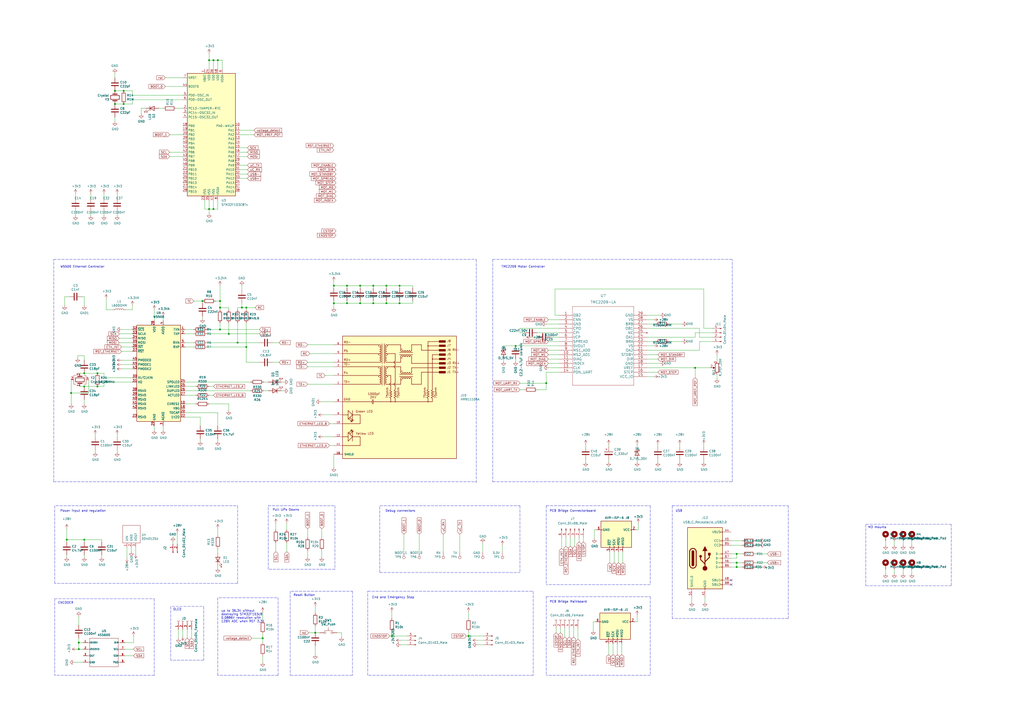
<source format=kicad_sch>
(kicad_sch (version 20211123) (generator eeschema)
  (paper "A2")
  (title_block (title "ETHERSWEEP 4") (rev "4.0.1") (company "github.com/neumi"))
  (junction (at 45.72 372.745))
  (junction (at 427.355 326.39))
  (junction (at 227.33 368.935))
  (junction (at 127.635 178.435))
  (junction (at 140.335 178.435))
  (junction (at 121.285 34.925))
  (junction (at 123.825 34.925))
  (junction (at 427.355 328.93))
  (junction (at 121.285 121.285))
  (junction (at 71.755 52.705))
  (junction (at 216.535 175.895))
  (junction (at 142.875 178.435))
  (junction (at 316.865 222.25))
  (junction (at 66.675 60.325))
  (junction (at 427.355 321.31))
  (junction (at 193.675 165.735))
  (junction (at 271.78 368.935))
  (junction (at 56.515 224.155))
  (junction (at 127.635 174.625))
  (junction (at 126.365 34.925))
  (junction (at 201.295 175.895))
  (junction (at 142.875 201.295))
  (junction (at 132.715 193.675))
  (junction (at 48.895 224.155))
  (junction (at 231.775 175.895))
  (junction (at 41.275 227.965))
  (junction (at 403.225 213.36))
  (junction (at 224.155 165.735))
  (junction (at 66.675 52.705))
  (junction (at 48.895 313.055))
  (junction (at 208.915 165.735))
  (junction (at 201.295 165.735))
  (junction (at 224.155 175.895))
  (junction (at 38.735 313.055))
  (junction (at 208.915 175.895))
  (junction (at 216.535 165.735))
  (junction (at 123.825 121.285))
  (junction (at 137.795 198.755))
  (junction (at 231.775 165.735))
  (junction (at 182.88 367.03))
  (junction (at 299.085 200.66))
  (junction (at 117.475 174.625))
  (junction (at 48.895 216.535))
  (junction (at 193.675 175.895))
  (junction (at 71.755 60.325))
  (junction (at 56.515 216.535))
  (junction (at 127.635 191.135))
  (junction (at 45.72 376.555))
  (junction (at 152.4 370.205))
  (no_connect (at 424.18 339.09))
  (no_connect (at 424.18 336.55))
  (wire (pts (xy 403.225 195.58) (xy 403.225 193.04)))
  (wire (pts (xy 353.695 320.04) (xy 353.695 326.39)))
  (wire (pts (xy 121.285 34.925) (xy 121.285 31.115)))
  (wire (pts (xy 311.785 226.06) (xy 316.865 226.06)))
  (wire (pts (xy 280.67 371.475) (xy 276.86 371.475)))
  (wire (pts (xy 113.665 234.315) (xy 107.315 234.315)))
  (wire (pts (xy 328.295 316.865) (xy 328.295 311.785)))
  (wire (pts (xy 403.225 213.36) (xy 412.115 213.36)))
  (wire (pts (xy 66.675 67.945) (xy 66.675 70.485)))
  (wire (pts (xy 70.485 208.915) (xy 76.835 208.915)))
  (polyline (pts (xy 118.11 382.905) (xy 99.06 382.905)))
  (polyline (pts (xy 155.575 330.2) (xy 155.575 293.37)))
  (wire (pts (xy 405.765 203.2) (xy 405.765 198.12)))
  (wire (pts (xy 72.39 376.555) (xy 77.47 376.555)))
  (wire (pts (xy 132.715 193.675) (xy 150.495 193.675)))
  (wire (pts (xy 98.425 88.265) (xy 106.045 88.265)))
  (wire (pts (xy 106.045 365.125) (xy 106.045 368.935)))
  (wire (pts (xy 111.125 370.205) (xy 111.125 365.125)))
  (wire (pts (xy 48.895 224.155) (xy 56.515 224.155)))
  (wire (pts (xy 338.455 314.325) (xy 338.455 311.785)))
  (wire (pts (xy 224.155 167.005) (xy 224.155 165.735)))
  (polyline (pts (xy 99.06 351.79) (xy 99.06 382.905)))
  (wire (pts (xy 405.765 198.12) (xy 413.385 198.12)))
  (polyline (pts (xy 31.115 150.495) (xy 276.225 150.495)))
  (wire (pts (xy 375.285 190.5) (xy 405.765 190.5)))
  (wire (pts (xy 98.425 78.105) (xy 106.045 78.105)))
  (wire (pts (xy 375.285 208.28) (xy 381.635 208.28)))
  (wire (pts (xy 76.835 221.615) (xy 60.325 221.615)))
  (polyline (pts (xy 161.29 391.795) (xy 126.365 391.795)))
  (wire (pts (xy 126.365 254.635) (xy 126.365 255.905)))
  (wire (pts (xy 139.065 75.565) (xy 147.32 75.565)))
  (wire (pts (xy 45.72 372.745) (xy 48.26 372.745)))
  (wire (pts (xy 270.51 368.935) (xy 271.78 368.935)))
  (wire (pts (xy 193.675 163.195) (xy 193.675 165.735)))
  (wire (pts (xy 330.835 316.865) (xy 330.835 311.785)))
  (wire (pts (xy 224.155 174.625) (xy 224.155 175.895)))
  (wire (pts (xy 120.015 193.675) (xy 132.715 193.675)))
  (wire (pts (xy 216.535 175.895) (xy 224.155 175.895)))
  (wire (pts (xy 112.395 201.295) (xy 107.315 201.295)))
  (wire (pts (xy 513.715 330.2) (xy 513.715 332.74)))
  (polyline (pts (xy 89.535 347.345) (xy 89.535 391.795)))
  (wire (pts (xy 381.635 266.7) (xy 381.635 267.97)))
  (wire (pts (xy 523.875 330.2) (xy 523.875 332.74)))
  (wire (pts (xy 98.425 90.805) (xy 106.045 90.805)))
  (wire (pts (xy 380.365 187.96) (xy 375.285 187.96)))
  (wire (pts (xy 335.28 364.49) (xy 335.28 370.84)))
  (wire (pts (xy 424.18 313.69) (xy 430.53 313.69)))
  (polyline (pts (xy 502.285 304.165) (xy 502.285 339.725)))
  (wire (pts (xy 415.925 209.55) (xy 415.925 205.74)))
  (wire (pts (xy 61.595 173.355) (xy 61.595 179.705)))
  (polyline (pts (xy 31.75 347.345) (xy 89.535 347.345)))
  (polyline (pts (xy 301.625 293.37) (xy 301.625 332.105)))
  (wire (pts (xy 60.325 216.535) (xy 56.515 216.535)))
  (wire (pts (xy 117.475 175.895) (xy 117.475 174.625)))
  (wire (pts (xy 139.065 103.505) (xy 143.51 103.505)))
  (polyline (pts (xy 126.365 346.71) (xy 126.365 391.795)))
  (wire (pts (xy 239.395 175.895) (xy 239.395 174.625)))
  (wire (pts (xy 208.915 165.735) (xy 201.295 165.735)))
  (wire (pts (xy 107.315 239.395) (xy 126.365 239.395)))
  (wire (pts (xy 126.365 328.295) (xy 126.365 329.565)))
  (wire (pts (xy 231.775 165.735) (xy 224.155 165.735)))
  (wire (pts (xy 361.315 320.04) (xy 361.315 326.39)))
  (wire (pts (xy 117.475 183.515) (xy 117.475 184.785)))
  (wire (pts (xy 112.395 174.625) (xy 117.475 174.625)))
  (wire (pts (xy 427.355 328.93) (xy 430.53 328.93)))
  (polyline (pts (xy 168.275 342.9) (xy 168.275 391.795)))
  (wire (pts (xy 71.755 52.705) (xy 76.835 52.705)))
  (polyline (pts (xy 424.815 279.4) (xy 424.815 150.495)))
  (wire (pts (xy 76.835 203.835) (xy 70.485 203.835)))
  (polyline (pts (xy 285.75 150.495) (xy 424.815 150.495)))
  (wire (pts (xy 178.435 210.185) (xy 193.675 210.185)))
  (wire (pts (xy 142.875 187.325) (xy 142.875 201.295)))
  (wire (pts (xy 140.335 165.735) (xy 140.335 168.275)))
  (wire (pts (xy 60.325 219.075) (xy 76.835 219.075)))
  (wire (pts (xy 301.625 190.5) (xy 301.625 193.04)))
  (wire (pts (xy 123.825 116.205) (xy 123.825 121.285)))
  (wire (pts (xy 46.355 216.535) (xy 48.895 216.535)))
  (wire (pts (xy 335.915 314.325) (xy 335.915 311.785)))
  (wire (pts (xy 102.87 315.595) (xy 102.87 309.245)))
  (wire (pts (xy 126.365 121.285) (xy 123.825 121.285)))
  (wire (pts (xy 424.18 328.93) (xy 427.355 328.93)))
  (wire (pts (xy 76.835 55.245) (xy 106.045 55.245)))
  (wire (pts (xy 127.635 191.135) (xy 150.495 191.135)))
  (wire (pts (xy 76.835 52.705) (xy 76.835 55.245)))
  (wire (pts (xy 291.465 320.04) (xy 291.465 316.23)))
  (wire (pts (xy 60.325 221.615) (xy 60.325 224.155)))
  (wire (pts (xy 142.875 210.185) (xy 150.495 210.185)))
  (wire (pts (xy 369.57 360.68) (xy 369.57 356.87)))
  (wire (pts (xy 153.035 226.695) (xy 155.575 226.695)))
  (polyline (pts (xy 285.75 150.495) (xy 285.75 279.4)))
  (wire (pts (xy 69.215 198.755) (xy 76.835 198.755)))
  (wire (pts (xy 69.215 196.215) (xy 76.835 196.215)))
  (wire (pts (xy 408.94 346.71) (xy 408.94 349.25)))
  (wire (pts (xy 193.675 263.525) (xy 193.675 271.145)))
  (wire (pts (xy 166.37 307.34) (xy 166.37 303.53)))
  (wire (pts (xy 108.585 365.125) (xy 108.585 370.205)))
  (wire (pts (xy 311.785 193.04) (xy 324.485 193.04)))
  (wire (pts (xy 193.675 165.735) (xy 193.675 167.005)))
  (wire (pts (xy 327.66 364.49) (xy 327.66 369.57)))
  (wire (pts (xy 292.1 208.28) (xy 292.1 209.55)))
  (wire (pts (xy 227.33 368.935) (xy 227.33 366.395)))
  (wire (pts (xy 51.435 227.965) (xy 41.275 227.965)))
  (wire (pts (xy 182.88 363.22) (xy 182.88 367.03)))
  (polyline (pts (xy 31.115 279.4) (xy 276.225 279.4)))
  (wire (pts (xy 318.135 205.74) (xy 324.485 205.74)))
  (wire (pts (xy 324.485 195.58) (xy 319.405 195.58)))
  (wire (pts (xy 301.625 226.06) (xy 304.165 226.06)))
  (polyline (pts (xy 213.36 342.9) (xy 309.245 342.9)))
  (wire (pts (xy 121.285 224.155) (xy 123.825 224.155)))
  (wire (pts (xy 126.365 116.205) (xy 126.365 121.285)))
  (wire (pts (xy 81.915 62.865) (xy 81.915 66.04)))
  (polyline (pts (xy 276.225 150.495) (xy 276.225 280.035)))
  (wire (pts (xy 38.735 321.945) (xy 38.735 323.215)))
  (wire (pts (xy 139.065 85.725) (xy 143.51 85.725)))
  (polyline (pts (xy 316.865 293.37) (xy 316.865 339.09)))
  (wire (pts (xy 271.78 368.935) (xy 271.78 366.395)))
  (wire (pts (xy 333.375 311.785) (xy 333.375 316.865)))
  (wire (pts (xy 60.325 122.555) (xy 60.325 125.095)))
  (wire (pts (xy 43.815 112.395) (xy 43.815 114.935)))
  (wire (pts (xy 344.805 307.34) (xy 344.805 312.42)))
  (wire (pts (xy 179.705 205.105) (xy 193.675 205.105)))
  (wire (pts (xy 193.675 233.045) (xy 186.055 233.045)))
  (wire (pts (xy 322.58 367.03) (xy 322.58 364.49)))
  (wire (pts (xy 73.025 179.705) (xy 76.835 179.705)))
  (wire (pts (xy 330.2 369.57) (xy 330.2 364.49)))
  (wire (pts (xy 48.895 206.375) (xy 45.085 206.375)))
  (wire (pts (xy 127.635 179.705) (xy 127.635 178.435)))
  (wire (pts (xy 375.285 200.66) (xy 379.095 200.66)))
  (wire (pts (xy 356.235 320.04) (xy 356.235 326.39)))
  (wire (pts (xy 116.205 254.635) (xy 116.205 255.905)))
  (wire (pts (xy 41.275 220.345) (xy 41.275 227.965)))
  (wire (pts (xy 232.41 374.015) (xy 236.22 374.015)))
  (wire (pts (xy 201.295 165.735) (xy 193.675 165.735)))
  (wire (pts (xy 81.915 62.865) (xy 84.455 62.865)))
  (wire (pts (xy 353.06 266.7) (xy 353.06 267.97)))
  (wire (pts (xy 226.06 368.935) (xy 227.33 368.935)))
  (wire (pts (xy 234.315 309.88) (xy 234.315 320.04)))
  (wire (pts (xy 224.155 165.735) (xy 216.535 165.735)))
  (wire (pts (xy 375.285 205.74) (xy 381.635 205.74)))
  (wire (pts (xy 324.485 210.82) (xy 318.135 210.82)))
  (wire (pts (xy 160.02 307.34) (xy 160.02 303.53)))
  (wire (pts (xy 321.945 182.88) (xy 321.945 167.64)))
  (wire (pts (xy 142.875 178.435) (xy 147.955 178.435)))
  (wire (pts (xy 316.865 215.9) (xy 316.865 222.25)))
  (wire (pts (xy 324.485 215.9) (xy 316.865 215.9)))
  (polyline (pts (xy 377.19 339.09) (xy 316.865 339.09)))
  (wire (pts (xy 208.915 174.625) (xy 208.915 175.895)))
  (wire (pts (xy 37.465 177.165) (xy 37.465 172.085)))
  (wire (pts (xy 163.195 226.695) (xy 164.465 226.695)))
  (polyline (pts (xy 220.345 332.105) (xy 301.625 332.105)))
  (wire (pts (xy 66.675 45.085) (xy 66.675 42.545)))
  (wire (pts (xy 45.72 370.205) (xy 45.72 372.745)))
  (wire (pts (xy 45.72 362.585) (xy 45.72 357.505)))
  (wire (pts (xy 216.535 167.005) (xy 216.535 165.735)))
  (wire (pts (xy 193.675 258.445) (xy 191.135 258.445)))
  (polyline (pts (xy 194.31 293.37) (xy 194.31 330.2)))
  (wire (pts (xy 60.325 216.535) (xy 60.325 219.075)))
  (wire (pts (xy 121.285 121.285) (xy 118.745 121.285)))
  (wire (pts (xy 60.325 112.395) (xy 60.325 114.935)))
  (polyline (pts (xy 118.11 351.79) (xy 118.11 382.905)))
  (polyline (pts (xy 213.36 391.795) (xy 213.36 342.9)))
  (wire (pts (xy 427.355 326.39) (xy 430.53 326.39)))
  (wire (pts (xy 142.875 201.295) (xy 142.875 210.185)))
  (wire (pts (xy 121.285 229.235) (xy 123.825 229.235)))
  (wire (pts (xy 231.775 174.625) (xy 231.775 175.895)))
  (wire (pts (xy 48.26 376.555) (xy 45.72 376.555)))
  (wire (pts (xy 158.115 198.755) (xy 161.925 198.755)))
  (polyline (pts (xy 377.19 293.37) (xy 377.19 339.09)))
  (polyline (pts (xy 220.345 332.105) (xy 220.345 293.37)))
  (wire (pts (xy 325.12 367.03) (xy 325.12 364.49)))
  (wire (pts (xy 100.33 315.595) (xy 100.33 314.325)))
  (wire (pts (xy 438.15 326.39) (xy 445.135 326.39)))
  (wire (pts (xy 47.625 172.085) (xy 48.895 172.085)))
  (polyline (pts (xy 377.19 391.795) (xy 316.865 391.795)))
  (wire (pts (xy 369.57 360.68) (xy 368.3 360.68)))
  (wire (pts (xy 152.4 370.205) (xy 152.4 372.745)))
  (wire (pts (xy 127.635 174.625) (xy 127.635 178.435)))
  (polyline (pts (xy 389.89 293.37) (xy 457.2 293.37)))
  (wire (pts (xy 299.085 208.28) (xy 299.085 209.55)))
  (wire (pts (xy 178.435 212.725) (xy 193.675 212.725)))
  (wire (pts (xy 193.675 175.895) (xy 193.675 178.435)))
  (wire (pts (xy 375.285 195.58) (xy 403.225 195.58)))
  (polyline (pts (xy 32.385 293.37) (xy 137.795 293.37)))
  (polyline (pts (xy 161.29 346.71) (xy 161.29 391.795)))
  (wire (pts (xy 48.895 313.055) (xy 48.895 314.325)))
  (wire (pts (xy 427.355 323.85) (xy 427.355 321.31)))
  (polyline (pts (xy 316.865 293.37) (xy 377.19 293.37)))
  (wire (pts (xy 126.365 34.925) (xy 128.905 34.925)))
  (wire (pts (xy 292.1 200.66) (xy 299.085 200.66)))
  (polyline (pts (xy 31.75 293.37) (xy 31.75 338.455)))
  (wire (pts (xy 370.205 307.34) (xy 370.205 303.53)))
  (polyline (pts (xy 99.695 351.79) (xy 118.11 351.79)))
  (wire (pts (xy 316.865 222.25) (xy 316.865 226.06)))
  (wire (pts (xy 132.715 178.435) (xy 132.715 179.705)))
  (wire (pts (xy 408.305 167.64) (xy 408.305 190.5)))
  (wire (pts (xy 139.065 88.265) (xy 143.51 88.265)))
  (wire (pts (xy 127.635 165.735) (xy 127.635 174.625)))
  (polyline (pts (xy 204.47 342.9) (xy 204.47 391.795)))
  (wire (pts (xy 182.88 355.6) (xy 182.88 351.79)))
  (wire (pts (xy 179.07 367.03) (xy 182.88 367.03)))
  (wire (pts (xy 188.595 217.805) (xy 193.675 217.805)))
  (wire (pts (xy 415.925 219.71) (xy 415.925 217.17)))
  (wire (pts (xy 198.12 367.03) (xy 198.12 369.57)))
  (wire (pts (xy 76.835 191.135) (xy 70.485 191.135)))
  (wire (pts (xy 38.735 313.055) (xy 48.895 313.055)))
  (wire (pts (xy 158.115 210.185) (xy 161.925 210.185)))
  (wire (pts (xy 231.775 167.005) (xy 231.775 165.735)))
  (wire (pts (xy 216.535 174.625) (xy 216.535 175.895)))
  (wire (pts (xy 77.47 372.745) (xy 77.47 368.935)))
  (wire (pts (xy 137.795 198.755) (xy 150.495 198.755)))
  (wire (pts (xy 38.735 313.055) (xy 38.735 306.705)))
  (wire (pts (xy 513.715 313.69) (xy 513.715 316.23)))
  (wire (pts (xy 375.285 210.82) (xy 382.905 210.82)))
  (wire (pts (xy 355.6 373.38) (xy 355.6 379.73)))
  (wire (pts (xy 51.435 220.345) (xy 51.435 227.965)))
  (polyline (pts (xy 285.75 279.4) (xy 424.815 279.4)))
  (wire (pts (xy 375.285 185.42) (xy 379.095 185.42)))
  (wire (pts (xy 48.26 384.175) (xy 43.18 384.175)))
  (wire (pts (xy 59.055 321.945) (xy 59.055 323.215)))
  (wire (pts (xy 381.635 257.81) (xy 381.635 259.08)))
  (wire (pts (xy 67.945 112.395) (xy 67.945 114.935)))
  (wire (pts (xy 121.285 234.315) (xy 132.715 234.315)))
  (wire (pts (xy 353.06 257.81) (xy 353.06 259.08)))
  (wire (pts (xy 257.175 320.04) (xy 257.175 309.88)))
  (wire (pts (xy 66.675 60.325) (xy 71.755 60.325)))
  (wire (pts (xy 45.085 206.375) (xy 45.085 207.645)))
  (wire (pts (xy 424.18 321.31) (xy 427.355 321.31)))
  (wire (pts (xy 120.015 198.755) (xy 137.795 198.755)))
  (wire (pts (xy 178.435 222.885) (xy 193.675 222.885)))
  (wire (pts (xy 193.675 174.625) (xy 193.675 175.895)))
  (wire (pts (xy 123.825 34.925) (xy 123.825 40.005)))
  (wire (pts (xy 324.485 200.66) (xy 299.085 200.66)))
  (wire (pts (xy 126.365 34.925) (xy 126.365 40.005)))
  (wire (pts (xy 358.14 379.73) (xy 358.14 373.38)))
  (polyline (pts (xy 502.285 304.165) (xy 551.815 304.165)))
  (wire (pts (xy 381.635 215.9) (xy 375.285 215.9)))
  (wire (pts (xy 324.485 203.2) (xy 318.135 203.2)))
  (wire (pts (xy 311.785 195.58) (xy 307.975 195.58)))
  (wire (pts (xy 227.33 368.935) (xy 236.22 368.935)))
  (wire (pts (xy 78.74 317.5) (xy 78.74 321.31)))
  (wire (pts (xy 375.285 218.44) (xy 379.095 218.44)))
  (wire (pts (xy 76.835 57.785) (xy 76.835 60.325)))
  (wire (pts (xy 518.795 330.2) (xy 518.795 332.74)))
  (polyline (pts (xy 168.91 342.9) (xy 204.47 342.9)))
  (wire (pts (xy 121.285 34.925) (xy 123.825 34.925)))
  (wire (pts (xy 61.595 179.705) (xy 65.405 179.705)))
  (wire (pts (xy 139.065 98.425) (xy 143.51 98.425)))
  (wire (pts (xy 216.535 165.735) (xy 208.915 165.735)))
  (wire (pts (xy 76.835 179.705) (xy 76.835 177.165)))
  (wire (pts (xy 137.795 179.705) (xy 137.795 178.435)))
  (wire (pts (xy 178.435 200.025) (xy 193.675 200.025)))
  (wire (pts (xy 166.37 320.04) (xy 166.37 314.96)))
  (wire (pts (xy 45.72 376.555) (xy 44.45 376.555)))
  (wire (pts (xy 353.06 373.38) (xy 353.06 379.73)))
  (polyline (pts (xy 309.245 342.9) (xy 309.245 391.795)))
  (wire (pts (xy 239.395 165.735) (xy 231.775 165.735)))
  (wire (pts (xy 324.485 182.88) (xy 321.945 182.88)))
  (wire (pts (xy 523.875 313.69) (xy 523.875 316.23)))
  (wire (pts (xy 139.065 90.805) (xy 143.51 90.805)))
  (wire (pts (xy 358.775 326.39) (xy 358.775 320.04)))
  (wire (pts (xy 118.745 121.285) (xy 118.745 116.205)))
  (wire (pts (xy 94.615 62.865) (xy 92.075 62.865)))
  (wire (pts (xy 271.78 358.775) (xy 271.78 354.965)))
  (wire (pts (xy 137.795 187.325) (xy 137.795 198.755)))
  (wire (pts (xy 37.465 172.085) (xy 40.005 172.085)))
  (wire (pts (xy 89.535 179.705) (xy 89.535 186.055)))
  (wire (pts (xy 107.315 221.615) (xy 145.415 221.615)))
  (wire (pts (xy 67.945 122.555) (xy 67.945 125.095)))
  (wire (pts (xy 67.945 260.985) (xy 67.945 262.255)))
  (wire (pts (xy 140.335 175.895) (xy 140.335 178.435)))
  (wire (pts (xy 405.765 190.5) (xy 405.765 195.58)))
  (wire (pts (xy 438.15 313.69) (xy 440.69 313.69)))
  (wire (pts (xy 38.735 313.055) (xy 38.735 314.325)))
  (wire (pts (xy 125.095 174.625) (xy 127.635 174.625)))
  (wire (pts (xy 48.895 216.535) (xy 56.515 216.535)))
  (wire (pts (xy 73.66 317.5) (xy 73.66 323.85)))
  (wire (pts (xy 72.39 372.745) (xy 77.47 372.745)))
  (wire (pts (xy 438.15 328.93) (xy 441.96 328.93)))
  (wire (pts (xy 301.625 222.25) (xy 316.865 222.25)))
  (wire (pts (xy 95.885 50.165) (xy 106.045 50.165)))
  (wire (pts (xy 95.885 45.085) (xy 106.045 45.085)))
  (wire (pts (xy 123.825 34.925) (xy 126.365 34.925)))
  (wire (pts (xy 324.485 185.42) (xy 318.135 185.42)))
  (wire (pts (xy 67.945 252.095) (xy 67.945 253.365)))
  (wire (pts (xy 227.33 358.775) (xy 227.33 354.965)))
  (wire (pts (xy 178.435 306.705) (xy 178.435 311.785)))
  (wire (pts (xy 126.365 310.515) (xy 126.365 306.705)))
  (polyline (pts (xy 155.575 293.37) (xy 194.31 293.37)))
  (wire (pts (xy 126.365 239.395) (xy 126.365 247.015)))
  (wire (pts (xy 438.15 321.31) (xy 445.135 321.31)))
  (wire (pts (xy 324.485 208.28) (xy 318.135 208.28)))
  (wire (pts (xy 401.32 346.71) (xy 401.32 349.25)))
  (wire (pts (xy 46.355 224.155) (xy 48.895 224.155)))
  (wire (pts (xy 45.72 376.555) (xy 45.72 372.745)))
  (wire (pts (xy 380.365 198.12) (xy 375.285 198.12)))
  (wire (pts (xy 301.625 193.04) (xy 304.165 193.04)))
  (polyline (pts (xy 551.815 339.725) (xy 551.815 304.165)))
  (wire (pts (xy 427.355 326.39) (xy 427.355 328.93)))
  (wire (pts (xy 107.315 226.695) (xy 145.415 226.695)))
  (wire (pts (xy 193.675 245.745) (xy 191.135 245.745)))
  (wire (pts (xy 324.485 190.5) (xy 301.625 190.5)))
  (wire (pts (xy 48.895 208.915) (xy 48.895 206.375)))
  (polyline (pts (xy 194.31 330.2) (xy 155.575 330.2)))
  (polyline (pts (xy 316.865 346.075) (xy 377.19 346.075)))
  (wire (pts (xy 89.535 247.015) (xy 89.535 249.555)))
  (wire (pts (xy 408.305 257.81) (xy 408.305 259.08)))
  (wire (pts (xy 140.335 178.435) (xy 142.875 178.435)))
  (wire (pts (xy 152.4 380.365) (xy 152.4 384.175)))
  (wire (pts (xy 107.315 191.135) (xy 112.395 191.135)))
  (wire (pts (xy 163.195 221.615) (xy 164.465 221.615)))
  (wire (pts (xy 332.74 369.57) (xy 332.74 364.49)))
  (polyline (pts (xy 220.345 293.37) (xy 301.625 293.37)))
  (wire (pts (xy 321.945 167.64) (xy 408.305 167.64)))
  (wire (pts (xy 76.2 317.5) (xy 76.2 320.04)))
  (wire (pts (xy 66.675 52.705) (xy 71.755 52.705)))
  (wire (pts (xy 424.18 326.39) (xy 427.355 326.39)))
  (wire (pts (xy 121.285 34.925) (xy 121.285 40.005)))
  (wire (pts (xy 142.875 178.435) (xy 142.875 179.705)))
  (wire (pts (xy 94.615 247.015) (xy 94.615 249.555)))
  (wire (pts (xy 71.755 60.325) (xy 76.835 60.325)))
  (wire (pts (xy 224.155 175.895) (xy 231.775 175.895)))
  (wire (pts (xy 408.305 190.5) (xy 413.385 190.5)))
  (wire (pts (xy 427.355 321.31) (xy 430.53 321.31)))
  (wire (pts (xy 405.765 195.58) (xy 413.385 195.58)))
  (wire (pts (xy 120.015 201.295) (xy 142.875 201.295)))
  (wire (pts (xy 387.985 198.12) (xy 395.605 198.12)))
  (wire (pts (xy 70.485 211.455) (xy 76.835 211.455)))
  (polyline (pts (xy 89.535 391.795) (xy 31.75 391.795)))
  (wire (pts (xy 52.705 112.395) (xy 52.705 114.935)))
  (wire (pts (xy 271.78 368.935) (xy 280.67 368.935)))
  (wire (pts (xy 137.795 178.435) (xy 140.335 178.435)))
  (wire (pts (xy 94.615 183.515) (xy 94.615 186.055)))
  (polyline (pts (xy 389.89 293.37) (xy 389.89 358.775)))
  (polyline (pts (xy 377.19 346.075) (xy 377.19 391.795)))
  (wire (pts (xy 70.485 213.995) (xy 76.835 213.995)))
  (wire (pts (xy 59.055 313.055) (xy 59.055 314.325)))
  (wire (pts (xy 369.57 257.81) (xy 369.57 259.08)))
  (wire (pts (xy 52.705 122.555) (xy 52.705 125.095)))
  (wire (pts (xy 243.205 309.88) (xy 243.205 320.04)))
  (wire (pts (xy 41.275 227.965) (xy 41.275 234.315)))
  (wire (pts (xy 324.485 198.12) (xy 318.135 198.12)))
  (wire (pts (xy 266.7 309.88) (xy 266.7 320.04)))
  (wire (pts (xy 193.675 175.895) (xy 201.295 175.895)))
  (wire (pts (xy 394.335 266.7) (xy 394.335 267.97)))
  (wire (pts (xy 403.225 213.36) (xy 403.225 219.075)))
  (wire (pts (xy 48.895 321.945) (xy 48.895 323.215)))
  (polyline (pts (xy 316.865 346.075) (xy 316.865 391.795)))
  (wire (pts (xy 276.86 374.015) (xy 280.67 374.015)))
  (wire (pts (xy 55.245 252.095) (xy 55.245 253.365)))
  (wire (pts (xy 344.17 360.68) (xy 344.17 365.76)))
  (wire (pts (xy 76.835 57.785) (xy 106.045 57.785)))
  (wire (pts (xy 139.065 95.885) (xy 143.51 95.885)))
  (wire (pts (xy 55.245 260.985) (xy 55.245 262.255)))
  (wire (pts (xy 103.505 365.125) (xy 103.505 370.205)))
  (wire (pts (xy 127.635 187.325) (xy 127.635 191.135)))
  (wire (pts (xy 236.22 371.475) (xy 232.41 371.475)))
  (wire (pts (xy 121.285 121.285) (xy 121.285 123.825)))
  (wire (pts (xy 387.985 187.96) (xy 395.605 187.96)))
  (wire (pts (xy 132.715 234.315) (xy 132.715 238.125)))
  (wire (pts (xy 201.295 167.005) (xy 201.295 165.735)))
  (wire (pts (xy 201.295 174.625) (xy 201.295 175.895)))
  (wire (pts (xy 280.035 320.04) (xy 280.035 314.96)))
  (wire (pts (xy 403.225 193.04) (xy 413.385 193.04)))
  (polyline (pts (xy 31.115 279.4) (xy 31.115 150.495)))
  (polyline (pts (xy 127 346.71) (xy 161.29 346.71)))
  (wire (pts (xy 231.775 175.895) (xy 239.395 175.895)))
  (polyline (pts (xy 309.245 391.795) (xy 213.36 391.795)))
  (polyline (pts (xy 457.2 293.37) (xy 457.2 358.775)))
  (wire (pts (xy 346.075 307.34) (xy 344.805 307.34)))
  (wire (pts (xy 375.285 213.36) (xy 403.225 213.36)))
  (wire (pts (xy 160.02 314.96) (xy 160.02 320.04)))
  (wire (pts (xy 324.485 213.36) (xy 318.135 213.36)))
  (wire (pts (xy 518.795 313.69) (xy 518.795 316.23)))
  (polyline (pts (xy 457.2 358.775) (xy 389.89 358.775)))
  (wire (pts (xy 121.285 116.205) (xy 121.285 121.285)))
  (polyline (pts (xy 502.285 339.725) (xy 551.815 339.725)))
  (polyline (pts (xy 31.75 347.345) (xy 31.75 391.795)))
  (wire (pts (xy 106.045 62.865) (xy 102.235 62.865)))
  (wire (pts (xy 182.88 374.65) (xy 182.88 379.73)))
  (wire (pts (xy 339.725 266.7) (xy 339.725 267.97)))
  (wire (pts (xy 152.4 360.045) (xy 152.4 354.965)))
  (wire (pts (xy 48.895 172.085) (xy 48.895 177.165)))
  (wire (pts (xy 116.205 241.935) (xy 116.205 247.015)))
  (wire (pts (xy 132.715 187.325) (xy 132.715 193.675)))
  (wire (pts (xy 369.57 266.7) (xy 369.57 267.97)))
  (wire (pts (xy 394.335 257.81) (xy 394.335 259.08)))
  (wire (pts (xy 324.485 187.96) (xy 316.865 187.96)))
  (wire (pts (xy 375.285 203.2) (xy 405.765 203.2)))
  (wire (pts (xy 139.065 100.965) (xy 143.51 100.965)))
  (wire (pts (xy 208.915 175.895) (xy 216.535 175.895)))
  (wire (pts (xy 121.285 121.285) (xy 123.825 121.285)))
  (wire (pts (xy 370.205 307.34) (xy 368.935 307.34)))
  (wire (pts (xy 360.68 373.38) (xy 360.68 379.73)))
  (wire (pts (xy 139.065 78.105) (xy 147.32 78.105)))
  (wire (pts (xy 153.035 221.615) (xy 155.575 221.615)))
  (wire (pts (xy 375.285 182.88) (xy 382.905 182.88)))
  (wire (pts (xy 127.635 178.435) (xy 132.715 178.435)))
  (polyline (pts (xy 204.47 391.795) (xy 168.275 391.795)))
  (wire (pts (xy 345.44 360.68) (xy 344.17 360.68)))
  (wire (pts (xy 239.395 167.005) (xy 239.395 165.735)))
  (wire (pts (xy 56.515 224.155) (xy 60.325 224.155)))
  (wire (pts (xy 528.955 313.69) (xy 528.955 316.23)))
  (wire (pts (xy 339.725 257.81) (xy 339.725 259.08)))
  (wire (pts (xy 424.18 323.85) (xy 427.355 323.85)))
  (wire (pts (xy 438.15 316.23) (xy 440.69 316.23)))
  (wire (pts (xy 187.325 240.665) (xy 193.675 240.665)))
  (wire (pts (xy 424.18 316.23) (xy 430.53 316.23)))
  (wire (pts (xy 325.755 311.785) (xy 325.755 318.135)))
  (wire (pts (xy 107.315 224.155) (xy 113.665 224.155)))
  (wire (pts (xy 48.895 313.055) (xy 59.055 313.055)))
  (wire (pts (xy 43.815 122.555) (xy 43.815 125.095)))
  (wire (pts (xy 186.69 311.785) (xy 186.69 306.705)))
  (wire (pts (xy 128.905 34.925) (xy 128.905 40.005)))
  (wire (pts (xy 528.955 330.2) (xy 528.955 332.74)))
  (wire (pts (xy 77.47 380.365) (xy 72.39 380.365)))
  (wire (pts (xy 195.58 367.03) (xy 198.12 367.03)))
  (wire (pts (xy 120.015 191.135) (xy 127.635 191.135)))
  (wire (pts (xy 178.435 319.405) (xy 178.435 323.215)))
  (wire (pts (xy 186.69 319.405) (xy 186.69 323.215)))
  (wire (pts (xy 201.295 175.895) (xy 208.915 175.895)))
  (wire (pts (xy 146.05 370.205) (xy 152.4 370.205)))
  (wire (pts (xy 182.88 367.03) (xy 185.42 367.03)))
  (wire (pts (xy 107.315 229.235) (xy 113.665 229.235)))
  (wire (pts (xy 48.895 231.775) (xy 48.895 234.315)))
  (wire (pts (xy 69.215 193.675) (xy 76.835 193.675)))
  (wire (pts (xy 107.315 198.755) (xy 112.395 198.755)))
  (wire (pts (xy 112.395 193.675) (xy 107.315 193.675)))
  (wire (pts (xy 187.325 253.365) (xy 193.675 253.365)))
  (polyline (pts (xy 137.795 293.37) (xy 137.795 338.455)))
  (wire (pts (xy 107.315 241.935) (xy 116.205 241.935)))
  (wire (pts (xy 126.365 318.135) (xy 126.365 320.675)))
  (wire (pts (xy 208.915 167.005) (xy 208.915 165.735)))
  (wire (pts (xy 76.835 201.295) (xy 70.485 201.295)))
  (wire (pts (xy 152.4 367.665) (xy 152.4 370.205)))
  (wire (pts (xy 408.305 266.7) (xy 408.305 267.97)))
  (polyline (pts (xy 137.795 338.455) (xy 31.75 338.455)))
  (text "USB" (at 391.795 297.18 0) (effects (font (size 1.27 1.27)) (justify left bottom)))
  (text "W5500 Ethernet Controller" (at 34.925 155.575 0) (effects (font (size 1.27 1.27)) (justify left bottom)))
  (text "M3 mounts" (at 503.555 306.705 0) (effects (font (size 1.27 1.27)) (justify left bottom)))
  (text "OLED" (at 100.33 354.33 0) (effects (font (size 1.27 1.27)) (justify left bottom)))
  (text "End and Emergency Stop" (at 215.9 347.345 0) (effects (font (size 1.27 1.27)) (justify left bottom)))
  (text "Power input and regulation" (at 34.925 297.18 0) (effects (font (size 1.27 1.27)) (justify left bottom)))
  (text "PCB Bridge Connectorboard" (at 318.77 297.18 0) (effects (font (size 1.27 1.27)) (justify left bottom)))
  (text "ENCODER" (at 33.655 350.52 0) (effects (font (size 1.27 1.27)) (justify left bottom)))
  (text "TMC2209 Motor Controller" (at 290.83 155.575 0) (effects (font (size 1.27 1.27)) (justify left bottom)))
  (text "Debug connectors" (at 223.52 297.18 0) (effects (font (size 1.27 1.27)) (justify left bottom)))
  (text "Pull UPs Downs\n" (at 158.115 296.545 0) (effects (font (size 1.27 1.27)) (justify left bottom)))
  (text "up to 36.3V without \ndestroying STM32F103c8 \n0,0886V resolution with \n12Bit ADC when REF 3.3V" (at 128.27 361.315 0) (effects (font (size 1.27 1.27)) (justify left bottom)))
  (text "Reset Button" (at 170.18 346.075 0) (effects (font (size 1.27 1.27)) (justify left bottom)))
  (text "PCB Bridge Mainboard" (at 318.77 349.885 0) (effects (font (size 1.27 1.27)) (justify left bottom)))
  (global_label "USB+" (shape input) (at 143.51 103.505 0) (property "Intersheet References" "${INTERSHEET_REFS}" (effects hide)))
  (global_label "TD-" (shape input) (at 150.495 191.135 0) (property "Intersheet References" "${INTERSHEET_REFS}" (effects hide)))
  (global_label "MOT_M0" (shape input) (at 194.945 108.585 180) (property "Intersheet References" "${INTERSHEET_REFS}" (effects hide)))
  (global_label "RST_ETHERNET" (shape input) (at 70.485 203.835 180) (property "Intersheet References" "${INTERSHEET_REFS}" (effects hide)))
  (global_label "TC" (shape input) (at 188.595 217.805 180) (property "Intersheet References" "${INTERSHEET_REFS}" (effects hide)))
  (global_label "MOSI" (shape input) (at 358.775 326.39 270) (property "Intersheet References" "${INTERSHEET_REFS}" (effects hide)))
  (global_label "MOT_ENABLE" (shape input) (at 194.945 95.885 180) (property "Intersheet References" "${INTERSHEET_REFS}" (effects hide)))
  (global_label "MOT_UART_RX" (shape input) (at 301.625 222.25 180) (property "Intersheet References" "${INTERSHEET_REFS}" (effects hide)))
  (global_label "MOT_M0" (shape input) (at 318.135 203.2 180) (property "Intersheet References" "${INTERSHEET_REFS}" (effects hide)))
  (global_label "rst" (shape input) (at 353.06 379.73 270) (property "Intersheet References" "${INTERSHEET_REFS}" (effects hide)))
  (global_label "USB+" (shape input) (at 445.135 326.39 0) (property "Intersheet References" "${INTERSHEET_REFS}" (effects hide)))
  (global_label "MOT_INDEX" (shape input) (at 318.135 210.82 180) (property "Intersheet References" "${INTERSHEET_REFS}" (effects hide)))
  (global_label "MOT_DIR" (shape input) (at 381.635 208.28 0) (property "Intersheet References" "${INTERSHEET_REFS}" (effects hide)))
  (global_label "SCL" (shape input) (at 333.375 316.865 270) (property "Intersheet References" "${INTERSHEET_REFS}" (effects hide)))
  (global_label "TD+" (shape input) (at 178.435 222.885 180) (property "Intersheet References" "${INTERSHEET_REFS}" (effects hide)))
  (global_label "MOSI" (shape input) (at 358.14 379.73 270) (property "Intersheet References" "${INTERSHEET_REFS}" (effects hide)))
  (global_label "TD+" (shape input) (at 150.495 193.675 0) (property "Intersheet References" "${INTERSHEET_REFS}" (effects hide)))
  (global_label "RC" (shape input) (at 179.705 205.105 180) (property "Intersheet References" "${INTERSHEET_REFS}" (effects hide)))
  (global_label "ENDSTOP" (shape input) (at 335.915 314.325 270) (property "Intersheet References" "${INTERSHEET_REFS}" (effects hide)))
  (global_label "MISO" (shape input) (at 360.68 379.73 270) (property "Intersheet References" "${INTERSHEET_REFS}" (effects hide)))
  (global_label "MOT_STANDBY" (shape input) (at 194.945 100.965 180) (property "Intersheet References" "${INTERSHEET_REFS}" (effects hide)))
  (global_label "SCK" (shape input) (at 69.215 193.675 180) (property "Intersheet References" "${INTERSHEET_REFS}" (effects hide)))
  (global_label "RST_ETHERNET" (shape input) (at 332.74 369.57 270) (property "Intersheet References" "${INTERSHEET_REFS}" (effects hide)))
  (global_label "RD+" (shape input) (at 161.925 210.185 0) (property "Intersheet References" "${INTERSHEET_REFS}" (effects hide)))
  (global_label "uC_TX" (shape input) (at 266.7 309.88 90) (property "Intersheet References" "${INTERSHEET_REFS}" (effects hide)))
  (global_label "BOOT_1" (shape input) (at 98.425 78.105 180) (property "Intersheet References" "${INTERSHEET_REFS}" (effects hide)))
  (global_label "ETHERNET_LED_A" (shape input) (at 191.135 258.445 180) (property "Intersheet References" "${INTERSHEET_REFS}" (effects hide)))
  (global_label "SCL" (shape input) (at 98.425 88.265 180) (property "Intersheet References" "${INTERSHEET_REFS}" (effects hide)))
  (global_label "ETH_INT" (shape input) (at 70.485 201.295 180) (property "Intersheet References" "${INTERSHEET_REFS}" (effects hide)))
  (global_label "SDA" (shape input) (at 330.2 369.57 270) (property "Intersheet References" "${INTERSHEET_REFS}" (effects hide)))
  (global_label "ESTOP" (shape input) (at 338.455 314.325 270) (property "Intersheet References" "${INTERSHEET_REFS}" (effects hide)))
  (global_label "MOT_UART_TX" (shape input) (at 301.625 226.06 180) (property "Intersheet References" "${INTERSHEET_REFS}" (effects hide)))
  (global_label "BOOT_0" (shape input) (at 95.885 50.165 180) (property "Intersheet References" "${INTERSHEET_REFS}" (effects hide)))
  (global_label "ESTOP" (shape input) (at 194.945 133.985 180) (property "Intersheet References" "${INTERSHEET_REFS}" (effects hide)))
  (global_label "BOOT_0" (shape input) (at 186.69 306.705 90) (property "Intersheet References" "${INTERSHEET_REFS}" (effects hide)))
  (global_label "BOOT_0" (shape input) (at 243.205 309.88 90) (property "Intersheet References" "${INTERSHEET_REFS}" (effects hide)))
  (global_label "RD+" (shape input) (at 178.435 210.185 180) (property "Intersheet References" "${INTERSHEET_REFS}" (effects hide)))
  (global_label "MISO" (shape input) (at 69.215 196.215 180) (property "Intersheet References" "${INTERSHEET_REFS}" (effects hide)))
  (global_label "MOT_ENABLE" (shape input) (at 318.135 185.42 180) (property "Intersheet References" "${INTERSHEET_REFS}" (effects hide)))
  (global_label "voltage_detect" (shape input) (at 146.05 370.205 180) (property "Intersheet References" "${INTERSHEET_REFS}" (effects hide)))
  (global_label "MOT_VREF_POT" (shape input) (at 147.32 78.105 0) (property "Intersheet References" "${INTERSHEET_REFS}" (effects hide)))
  (global_label "voltage_detect" (shape input) (at 147.32 75.565 0) (property "Intersheet References" "${INTERSHEET_REFS}" (effects hide)))
  (global_label "MOT_STEP" (shape input) (at 194.945 106.045 180) (property "Intersheet References" "${INTERSHEET_REFS}" (effects hide)))
  (global_label "SDA" (shape input) (at 77.47 380.365 0) (property "Intersheet References" "${INTERSHEET_REFS}" (effects hide)))
  (global_label "MOT_M1" (shape input) (at 318.135 205.74 180) (property "Intersheet References" "${INTERSHEET_REFS}" (effects hide)))
  (global_label "ETH_INT" (shape input) (at 325.755 318.135 270) (property "Intersheet References" "${INTERSHEET_REFS}" (effects hide)))
  (global_label "SCK" (shape input) (at 356.235 326.39 270) (property "Intersheet References" "${INTERSHEET_REFS}" (effects hide)))
  (global_label "MOT_DIAG" (shape input) (at 194.945 113.665 180) (property "Intersheet References" "${INTERSHEET_REFS}" (effects hide)))
  (global_label "SDA" (shape input) (at 166.37 320.04 270) (property "Intersheet References" "${INTERSHEET_REFS}" (effects hide)))
  (global_label "SCL" (shape input) (at 160.02 320.04 270) (property "Intersheet References" "${INTERSHEET_REFS}" (effects hide)))
  (global_label "ENDSTOP" (shape input) (at 325.12 367.03 270) (property "Intersheet References" "${INTERSHEET_REFS}" (effects hide)))
  (global_label "SCL" (shape input) (at 77.47 376.555 0) (property "Intersheet References" "${INTERSHEET_REFS}" (effects hide)))
  (global_label "MOT_SPREAD" (shape input) (at 318.135 198.12 180) (property "Intersheet References" "${INTERSHEET_REFS}" (effects hide)))
  (global_label "ENDSTOP" (shape input) (at 194.945 136.525 180) (property "Intersheet References" "${INTERSHEET_REFS}" (effects hide)))
  (global_label "uC_RX" (shape input) (at 257.175 309.88 90) (property "Intersheet References" "${INTERSHEET_REFS}" (effects hide)))
  (global_label "SCK" (shape input) (at 355.6 379.73 270) (property "Intersheet References" "${INTERSHEET_REFS}" (effects hide)))
  (global_label "MOT_INDEX" (shape input) (at 194.945 116.205 180) (property "Intersheet References" "${INTERSHEET_REFS}" (effects hide)))
  (global_label "MOSI" (shape input) (at 143.51 90.805 0) (property "Intersheet References" "${INTERSHEET_REFS}" (effects hide)))
  (global_label "BOOT_1" (shape input) (at 234.315 309.88 90) (property "Intersheet References" "${INTERSHEET_REFS}" (effects hide)))
  (global_label "uC_TX" (shape input) (at 143.51 95.885 0) (property "Intersheet References" "${INTERSHEET_REFS}" (effects hide)))
  (global_label "MOT_VREF_POT" (shape input) (at 403.225 219.075 270) (property "Intersheet References" "${INTERSHEET_REFS}" (effects hide)))
  (global_label "BOOT_1" (shape input) (at 178.435 306.705 90) (property "Intersheet References" "${INTERSHEET_REFS}" (effects hide)))
  (global_label "MOSI" (shape input) (at 69.215 198.755 180) (property "Intersheet References" "${INTERSHEET_REFS}" (effects hide)))
  (global_label "uC_RX" (shape input) (at 143.51 98.425 0) (property "Intersheet References" "${INTERSHEET_REFS}" (effects hide)))
  (global_label "MOT_STANDBY" (shape input) (at 381.635 205.74 0) (property "Intersheet References" "${INTERSHEET_REFS}" (effects hide)))
  (global_label "MISO" (shape input) (at 361.315 326.39 270) (property "Intersheet References" "${INTERSHEET_REFS}" (effects hide)))
  (global_label "rst" (shape input) (at 179.07 367.03 180) (property "Intersheet References" "${INTERSHEET_REFS}" (effects hide)))
  (global_label "TD-" (shape input) (at 178.435 212.725 180) (property "Intersheet References" "${INTERSHEET_REFS}" (effects hide)))
  (global_label "SDA" (shape input) (at 330.835 316.865 270) (property "Intersheet References" "${INTERSHEET_REFS}" (effects hide)))
  (global_label "ETHERNET_LED_B" (shape input) (at 123.825 229.235 0) (property "Intersheet References" "${INTERSHEET_REFS}" (effects hide)))
  (global_label "RST_ETHERNET" (shape input) (at 328.295 316.865 270) (property "Intersheet References" "${INTERSHEET_REFS}" (effects hide)))
  (global_label "MOT_M1" (shape input) (at 194.945 111.125 180) (property "Intersheet References" "${INTERSHEET_REFS}" (effects hide)))
  (global_label "MOT_DIR" (shape input) (at 194.945 98.425 180) (property "Intersheet References" "${INTERSHEET_REFS}" (effects hide)))
  (global_label "rst" (shape input) (at 353.695 326.39 270) (property "Intersheet References" "${INTERSHEET_REFS}" (effects hide)))
  (global_label "RC" (shape input) (at 147.955 178.435 0) (property "Intersheet References" "${INTERSHEET_REFS}" (effects hide)))
  (global_label "SCL" (shape input) (at 108.585 370.205 270) (property "Intersheet References" "${INTERSHEET_REFS}" (effects hide)))
  (global_label "USB-" (shape input) (at 445.135 321.31 0) (property "Intersheet References" "${INTERSHEET_REFS}" (effects hide)))
  (global_label "MOT_DIAG" (shape input) (at 318.135 208.28 180) (property "Intersheet References" "${INTERSHEET_REFS}" (effects hide)))
  (global_label "MISO" (shape input) (at 143.51 88.265 0) (property "Intersheet References" "${INTERSHEET_REFS}" (effects hide)))
  (global_label "MOT_SPREAD" (shape input) (at 194.945 103.505 180) (property "Intersheet References" "${INTERSHEET_REFS}" (effects hide)))
  (global_label "RST_ETHERNET" (shape input) (at 193.675 84.455 180) (property "Intersheet References" "${INTERSHEET_REFS}" (effects hide)))
  (global_label "SDA" (shape input) (at 111.125 370.205 270) (property "Intersheet References" "${INTERSHEET_REFS}" (effects hide)))
  (global_label "ETH_INT" (shape input) (at 193.675 86.995 180) (property "Intersheet References" "${INTERSHEET_REFS}" (effects hide)))
  (global_label "ENDSTOP" (shape input) (at 226.06 368.935 180) (property "Intersheet References" "${INTERSHEET_REFS}" (effects hide)))
  (global_label "rst" (shape input) (at 95.885 45.085 180) (property "Intersheet References" "${INTERSHEET_REFS}" (effects hide)))
  (global_label "SCL" (shape input) (at 327.66 369.57 270) (property "Intersheet References" "${INTERSHEET_REFS}" (effects hide)))
  (global_label "USB-" (shape input) (at 143.51 100.965 0) (property "Intersheet References" "${INTERSHEET_REFS}" (effects hide)))
  (global_label "SDA" (shape input) (at 98.425 90.805 180) (property "Intersheet References" "${INTERSHEET_REFS}" (effects hide)))
  (global_label "ETHERNET_LED_B" (shape input) (at 191.135 245.745 180) (property "Intersheet References" "${INTERSHEET_REFS}" (effects hide)))
  (global_label "SCK" (shape input) (at 143.51 85.725 0) (property "Intersheet References" "${INTERSHEET_REFS}" (effects hide)))
  (global_label "ETH_INT" (shape input) (at 335.28 370.84 270) (property "Intersheet References" "${INTERSHEET_REFS}" (effects hide)))
  (global_label "RD-" (shape input) (at 178.435 200.025 180) (property "Intersheet References" "${INTERSHEET_REFS}" (effects hide)))
  (global_label "ESTOP" (shape input) (at 270.51 368.935 180) (property "Intersheet References" "${INTERSHEET_REFS}" (effects hide)))
  (global_label "RD-" (shape input) (at 161.925 198.755 0) (property "Intersheet References" "${INTERSHEET_REFS}" (effects hide)))
  (global_label "ETHERNET_LED_A" (shape input) (at 123.825 224.155 0) (property "Intersheet References" "${INTERSHEET_REFS}" (effects hide)))
  (global_label "MOT_STEP" (shape input) (at 381.635 215.9 0) (property "Intersheet References" "${INTERSHEET_REFS}" (effects hide)))
  (global_label "TC" (shape input) (at 112.395 174.625 180) (property "Intersheet References" "${INTERSHEET_REFS}" (effects hide)))
  (global_label "ESTOP" (shape input) (at 322.58 367.03 270) (property "Intersheet References" "${INTERSHEET_REFS}" (effects hide)))
  (symbol (lib_id "power:GND") (at 103.505 370.205 0) (unit 1)
    (property "Reference" "#PWR0124" (effects hide))
    (property "Value" "GND" (at 103.632 374.5992 0))
  )
  (symbol (lib_id "Device:Crystal") (at 66.675 56.515 270) (unit 1)
    (property "Reference" "Y3" (at 63.3476 57.6834 90) (effects (justify right)))
    (property "Value" "Crystal" (at 63.3476 55.372 90) (effects (justify right)))
    (property "Footprint" "Crystal:Crystal_SMD_5032-2Pin_5.0x3.2mm" (effects hide))
    (property "LCSC" "C115962" (effects hide))
  )
  (symbol (lib_id "power:GND") (at 152.4 384.175 0) (unit 1)
    (property "Reference" "#PWR0182" (effects hide))
    (property "Value" "GND" (at 152.527 388.5692 0))
  )
  (symbol (lib_id "Device:R") (at 152.4 376.555 0) (unit 1)
    (property "Reference" "R17" (at 154.178 375.3866 0) (effects (justify left)))
    (property "Value" "R1k" (at 154.178 377.698 0) (effects (justify left)))
    (property "Footprint" "Resistor_SMD:R_0402_1005Metric" (effects hide))
    (property "LCSC" "C21190" (effects hide))
  )
  (symbol (lib_id "Device:R") (at 152.4 363.855 0) (unit 1)
    (property "Reference" "R16" (at 154.178 362.6866 0) (effects (justify left)))
    (property "Value" "R10k" (at 154.178 364.998 0) (effects (justify left)))
    (property "Footprint" "Resistor_SMD:R_0402_1005Metric" (effects hide))
    (property "LCSC" "C25804" (effects hide))
  )
  (symbol (lib_id "Device:C") (at 38.735 318.135 0) (unit 1)
    (property "Reference" "C2" (at 41.656 316.9666 0) (effects (justify left)))
    (property "Value" "C4.7uF" (at 41.656 319.278 0) (effects (justify left)))
    (property "Footprint" "Capacitor_SMD:C_1206_3216Metric" (effects hide))
    (property "LCSC" "C29823" (effects hide))
  )
  (symbol (lib_id "Connector:TestPoint") (at 291.465 320.04 180) (unit 1)
    (property "Reference" "TP1" (at 289.9918 323.0372 0) (effects (justify left)))
    (property "Value" "3.3V" (at 289.9918 320.7258 0) (effects (justify left)))
    (property "Footprint" "TestPoint:TestPoint_Pad_D2.0mm" (effects hide))
  )
  (symbol (lib_id "Connector:TestPoint") (at 280.035 320.04 180) (unit 1)
    (property "Reference" "TP2" (at 278.5618 323.0372 0) (effects (justify left)))
    (property "Value" "GND" (at 278.5618 320.7258 0) (effects (justify left)))
    (property "Footprint" "TestPoint:TestPoint_Pad_D2.0mm" (effects hide))
  )
  (symbol (lib_id "power:GND") (at 280.035 314.96 180) (unit 1)
    (property "Reference" "#PWR0143" (effects hide))
    (property "Value" "GND" (at 280.035 311.15 0))
  )
  (symbol (lib_id "Mechanical:MountingHole_Pad") (at 528.955 311.15 0) (unit 1)
    (property "Reference" "H4" (at 531.495 309.9054 0) (effects (justify left)))
    (property "Value" "MountingHole_Pad" (at 531.495 312.2168 0) (effects (justify left)))
    (property "Footprint" "MountingHole:MountingHole_3.2mm_M3_Pad_Via" (effects hide))
  )
  (symbol (lib_id "power:GND") (at 528.955 316.23 0) (unit 1)
    (property "Reference" "#PWR0144" (effects hide))
    (property "Value" "GND" (at 529.082 320.6242 0))
  )
  (symbol (lib_id "Mechanical:MountingHole_Pad") (at 523.875 311.15 0) (unit 1)
    (property "Reference" "H3" (at 526.415 309.9054 0) (effects (justify left)))
    (property "Value" "MountingHole_Pad" (at 526.415 312.2168 0) (effects (justify left)))
    (property "Footprint" "MountingHole:MountingHole_3.2mm_M3_Pad_Via" (effects hide))
  )
  (symbol (lib_id "power:GND") (at 523.875 316.23 0) (unit 1)
    (property "Reference" "#PWR0145" (effects hide))
    (property "Value" "GND" (at 524.002 320.6242 0))
  )
  (symbol (lib_id "power:+3.3V") (at 291.465 316.23 0) (unit 1)
    (property "Reference" "#PWR0181" (effects hide))
    (property "Value" "+3.3V" (at 291.846 311.8358 0))
  )
  (symbol (lib_id "Mechanical:MountingHole_Pad") (at 518.795 311.15 0) (unit 1)
    (property "Reference" "H2" (at 521.335 309.9054 0) (effects (justify left)))
    (property "Value" "MountingHole_Pad" (at 521.335 312.2168 0) (effects (justify left)))
    (property "Footprint" "MountingHole:MountingHole_3.2mm_M3_Pad_Via" (effects hide))
  )
  (symbol (lib_id "power:GND") (at 518.795 316.23 0) (unit 1)
    (property "Reference" "#PWR0146" (effects hide))
    (property "Value" "GND" (at 518.922 320.6242 0))
  )
  (symbol (lib_id "Mechanical:MountingHole_Pad") (at 513.715 311.15 0) (unit 1)
    (property "Reference" "H1" (at 516.255 309.9054 0) (effects (justify left)))
    (property "Value" "MountingHole_Pad" (at 516.255 312.2168 0) (effects (justify left)))
    (property "Footprint" "MountingHole:MountingHole_3.2mm_M3_Pad_Via" (effects hide))
  )
  (symbol (lib_id "power:GND") (at 513.715 316.23 0) (unit 1)
    (property "Reference" "#PWR0147" (effects hide))
    (property "Value" "GND" (at 513.842 320.6242 0))
  )
  (symbol (lib_id "power:+3.3V") (at 44.45 376.555 90) (unit 1)
    (property "Reference" "#PWR0102" (effects hide))
    (property "Value" "+3.3V" (at 40.0558 376.174 0))
  )
  (symbol (lib_id "power:+3.3V") (at 77.47 368.935 0) (unit 1)
    (property "Reference" "#PWR0104" (effects hide))
    (property "Value" "+3.3V" (at 77.851 364.5408 0))
  )
  (symbol (lib_id "power:+3.3V") (at 369.57 356.87 0) (unit 1)
    (property "Reference" "#PWR0111" (effects hide))
    (property "Value" "+3.3V" (at 369.951 352.4758 0))
  )
  (symbol (lib_id "power:+3.3V") (at 106.045 368.935 180) (unit 1)
    (property "Reference" "#PWR0112" (effects hide))
    (property "Value" "+3.3V" (at 105.664 373.3292 0))
  )
  (symbol (lib_id "power:+3.3V") (at 182.88 351.79 0) (unit 1)
    (property "Reference" "#PWR0114" (effects hide))
    (property "Value" "+3.3V" (at 183.261 347.3958 0))
  )
  (symbol (lib_id "Interface_Ethernet:W5500") (at 92.075 216.535 0) (unit 1)
    (property "Reference" "U6" (at 92.075 181.4576 0))
    (property "Value" "W5500" (at 92.075 183.769 0))
    (property "Footprint" "Package_QFP:LQFP-48_7x7mm_P0.5mm" (effects hide))
    (property "Datasheet" "http://wizwiki.net/wiki/lib/exe/fetch.php/products:w5500:w5500_ds_v109e.pdf" (effects hide))
    (property "LCSC" " C32843" (effects hide))
  )
  (symbol (lib_id "Connector:Conn_01x04_Female") (at 106.045 360.045 90) (unit 1)
    (property "Reference" "J3" (at 105.41 358.775 90) (effects (justify right)))
    (property "Value" "Conn_01x04_Female" (at 113.665 358.775 0) (effects (justify right)))
    (property "Footprint" "Connector_PinHeader_2.54mm:PinHeader_1x04_P2.54mm_Vertical" (effects hide))
  )
  (symbol (lib_id "Switch:SW_Push") (at 190.5 367.03 0) (unit 1)
    (property "Reference" "SW1" (at 190.5 359.791 0))
    (property "Value" "SW_Push" (at 190.5 362.1024 0))
    (property "Footprint" "Button_Switch_SMD:SW_Push_SPST_NO_Alps_SKRK" (effects hide))
    (property "LCSC" "C720477" (effects hide))
  )
  (symbol (lib_id "power:GND") (at 198.12 369.57 0) (unit 1)
    (property "Reference" "#PWR0103" (effects hide))
    (property "Value" "GND" (at 198.247 373.9642 0))
  )
  (symbol (lib_id "Device:R") (at 182.88 359.41 0) (unit 1)
    (property "Reference" "R3" (at 184.658 358.2416 0) (effects (justify left)))
    (property "Value" "R10k" (at 184.658 360.553 0) (effects (justify left)))
    (property "Footprint" "Resistor_SMD:R_0402_1005Metric" (effects hide))
    (property "LCSC" "C25804" (effects hide))
  )
  (symbol (lib_id "Connector:AVR-ISP-6") (at 355.6 363.22 270) (unit 1)
    (property "Reference" "J1" (at 364.49 353.695 90) (effects (justify right)))
    (property "Value" "AVR-ISP-6" (at 361.315 353.695 90) (effects (justify right)))
    (property "Footprint" "Connector_IDC:IDC-Header_2x03_P2.54mm_Vertical" (effects hide))
    (property "Datasheet" " ~" (effects hide))
  )
  (symbol (lib_id "power:GND") (at 344.17 365.76 0) (unit 1)
    (property "Reference" "#PWR0110" (effects hide))
    (property "Value" "GND" (at 344.297 370.1542 0))
  )
  (symbol (lib_id "AS5600:AS5600") (at 59.69 379.095 0) (unit 1)
    (property "Reference" "U5" (at 60.325 366.014 0))
    (property "Value" "AS5600" (at 60.325 368.3254 0))
    (property "Footprint" "modules:AS5600" (effects hide))
  )
  (symbol (lib_id "power:GND") (at 43.18 384.175 270) (unit 1)
    (property "Reference" "#PWR0113" (effects hide))
    (property "Value" "GND" (at 38.7858 384.302 0))
  )
  (symbol (lib_id "Device:R") (at 126.365 314.325 0) (unit 1)
    (property "Reference" "R13" (at 121.1072 314.325 90))
    (property "Value" "R330" (at 123.4186 314.325 90))
    (property "Footprint" "Resistor_SMD:R_0603_1608Metric" (effects hide))
    (property "LCSC" "C23138" (effects hide))
  )
  (symbol (lib_id "power:+3.3V") (at 126.365 306.705 0) (unit 1)
    (property "Reference" "#PWR0134" (effects hide))
    (property "Value" "+3.3V" (at 126.746 302.3108 0))
  )
  (symbol (lib_id "Device:C") (at 45.72 366.395 0) (unit 1)
    (property "Reference" "C12" (at 48.641 365.2266 0) (effects (justify left)))
    (property "Value" "C100nF" (at 48.641 367.538 0) (effects (justify left)))
    (property "Footprint" "Capacitor_SMD:C_0402_1005Metric" (effects hide))
    (property "LCSC" "C307331" (effects hide))
  )
  (symbol (lib_id "power:GND") (at 45.72 357.505 180) (unit 1)
    (property "Reference" "#PWR0116" (effects hide))
    (property "Value" "GND" (at 45.593 353.1108 0))
  )
  (symbol (lib_id "Device:LED") (at 126.365 324.485 90) (unit 1)
    (property "Reference" "D1" (at 129.3622 323.4944 90) (effects (justify right)))
    (property "Value" "LED" (at 129.3622 325.8058 90) (effects (justify right)))
    (property "Footprint" "LED_SMD:LED_0603_1608Metric" (effects hide))
    (property "LCSC" "C2286" (effects hide))
  )
  (symbol (lib_id "power:GND") (at 126.365 329.565 0) (unit 1)
    (property "Reference" "#PWR0135" (effects hide))
    (property "Value" "GND" (at 126.492 333.9592 0))
  )
  (symbol (lib_id "power:+3.3VA") (at 94.615 183.515 0) (unit 1)
    (property "Reference" "#PWR0130" (effects hide))
    (property "Value" "+3.3VA" (at 94.996 179.1208 0))
  )
  (symbol (lib_id "Device:R") (at 117.475 224.155 270) (unit 1)
    (property "Reference" "R19" (at 117.475 218.8972 90))
    (property "Value" "R330" (at 117.475 221.2086 90))
    (property "Footprint" "Resistor_SMD:R_0603_1608Metric" (effects hide))
    (property "LCSC" "C23138" (effects hide))
  )
  (symbol (lib_id "Device:R") (at 117.475 229.235 270) (unit 1)
    (property "Reference" "R20" (at 117.475 223.9772 90))
    (property "Value" "R330" (at 117.475 226.2886 90))
    (property "Footprint" "Resistor_SMD:R_0603_1608Metric" (effects hide))
    (property "LCSC" "C23138" (effects hide))
  )
  (symbol (lib_id "power:GND") (at 100.33 314.325 180) (unit 1)
    (property "Reference" "#PWR0120" (effects hide))
    (property "Value" "GND" (at 100.203 309.9308 0))
  )
  (symbol (lib_id "Device:C") (at 48.895 318.135 0) (unit 1)
    (property "Reference" "C6" (at 51.816 316.9666 0) (effects (justify left)))
    (property "Value" "C100nF" (at 51.816 319.278 0) (effects (justify left)))
    (property "Footprint" "Capacitor_SMD:C_0603_1608Metric" (effects hide))
    (property "LCSC" "C307331" (effects hide))
  )
  (symbol (lib_id "power:+3.3V") (at 89.535 179.705 0) (unit 1)
    (property "Reference" "#PWR0184" (effects hide))
    (property "Value" "+3.3V" (at 89.916 175.3108 0))
  )
  (symbol (lib_id "power:GND") (at 48.895 323.215 0) (unit 1)
    (property "Reference" "#PWR0126" (effects hide))
    (property "Value" "GND" (at 49.022 327.6092 0))
  )
  (symbol (lib_id "power:GND") (at 38.735 323.215 0) (unit 1)
    (property "Reference" "#PWR0127" (effects hide))
    (property "Value" "GND" (at 38.862 327.6092 0))
  )
  (symbol (lib_id "power:GND") (at 67.945 262.255 0) (unit 1)
    (property "Reference" "#PWR0186" (effects hide))
    (property "Value" "GND" (at 68.072 266.6492 0))
  )
  (symbol (lib_id "power:+3.3V") (at 67.945 252.095 0) (unit 1)
    (property "Reference" "#PWR0187" (effects hide))
    (property "Value" "+3.3V" (at 68.326 247.7008 0))
  )
  (symbol (lib_id "Device:C") (at 67.945 257.175 0) (unit 1)
    (property "Reference" "C30" (at 70.866 256.0066 0) (effects (justify left)))
    (property "Value" "C10uF" (at 70.866 258.318 0) (effects (justify left)))
    (property "Footprint" "Capacitor_SMD:C_0805_2012Metric" (effects hide))
    (property "Datasheet" "https://datasheet.lcsc.com/szlcsc/Samsung-Electro-Mechanics-CL21B105KBFNNNE_C28323.pdf" (effects hide))
    (property "LCSC" "C15850" (effects hide))
  )
  (symbol (lib_id "Device:LED") (at 88.265 62.865 0) (unit 1)
    (property "Reference" "D2" (at 89.2556 65.8622 90) (effects (justify right)))
    (property "Value" "LED" (at 86.9442 65.8622 90) (effects (justify right)))
    (property "Footprint" "LED_SMD:LED_0603_1608Metric" (effects hide))
    (property "LCSC" "C2286" (effects hide))
  )
  (symbol (lib_id "power:GND") (at 81.915 66.04 0) (unit 1)
    (property "Reference" "#PWR0136" (effects hide))
    (property "Value" "GND" (at 82.042 70.4342 0))
  )
  (symbol (lib_id "power:GND") (at 55.245 262.255 0) (unit 1)
    (property "Reference" "#PWR0194" (effects hide))
    (property "Value" "GND" (at 55.372 266.6492 0))
  )
  (symbol (lib_id "power:+3.3V") (at 55.245 252.095 0) (unit 1)
    (property "Reference" "#PWR0195" (effects hide))
    (property "Value" "+3.3V" (at 55.626 247.7008 0))
  )
  (symbol (lib_id "HR911105A:HR911105A") (at 231.775 230.505 0) (unit 1)
    (property "Reference" "J10" (at 267.0556 229.3366 0) (effects (justify left)))
    (property "Value" "HR911105A" (at 267.0556 231.648 0) (effects (justify left)))
    (property "Footprint" "modules:HANRUN_HR911105A" (effects hide))
    (property "MF" "HanRun" (effects hide))
    (property "DESCRIPTION" "DIP RJ45 Connector;" (effects hide))
    (property "PACKAGE" "None" (effects hide))
    (property "PARTREV" "A" (effects hide))
    (property "PRICE" "None" (effects hide))
    (property "MP" "HR911105A" (effects hide))
    (property "STANDARD" "Manufacturer Recommendation" (effects hide))
    (property "AVAILABILITY" "Unavailable" (effects hide))
    (property "LCSC" "C12074" (effects hide))
  )
  (symbol (lib_id "Device:C") (at 66.675 48.895 0) (unit 1)
    (property "Reference" "C10" (at 69.596 47.7266 0) (effects (justify left)))
    (property "Value" "C22pF" (at 69.596 50.038 0) (effects (justify left)))
    (property "Footprint" "Capacitor_SMD:C_0402_1005Metric" (effects hide))
    (property "LCSC" "C1555" (effects hide))
  )
  (symbol (lib_id "Device:C") (at 66.675 64.135 0) (unit 1)
    (property "Reference" "C8" (at 69.596 62.9666 0) (effects (justify left)))
    (property "Value" "C22pF" (at 69.596 65.278 0) (effects (justify left)))
    (property "Footprint" "Capacitor_SMD:C_0402_1005Metric" (effects hide))
    (property "LCSC" "C1555" (effects hide))
  )
  (symbol (lib_id "power:GND") (at 66.675 70.485 0) (unit 1)
    (property "Reference" "#PWR0148" (effects hide))
    (property "Value" "GND" (at 66.802 74.8792 0))
  )
  (symbol (lib_id "power:GND") (at 66.675 42.545 180) (unit 1)
    (property "Reference" "#PWR0149" (effects hide))
    (property "Value" "GND" (at 66.548 38.1508 0))
  )
  (symbol (lib_id "power:+3.3VA") (at 76.835 177.165 0) (unit 1)
    (property "Reference" "#PWR0204" (effects hide))
    (property "Value" "+3.3VA" (at 77.216 172.7708 0))
  )
  (symbol (lib_id "power:GND1") (at 193.675 271.145 0) (unit 1)
    (property "Reference" "#PWR0205" (effects hide))
    (property "Value" "GND1" (at 193.802 275.5392 0))
  )
  (symbol (lib_id "power:GND1") (at 186.055 233.045 270) (unit 1)
    (property "Reference" "#PWR0206" (effects hide))
    (property "Value" "GND1" (at 181.6608 233.172 0))
  )
  (symbol (lib_id "Device:L") (at 69.215 179.705 90) (unit 1)
    (property "Reference" "L1" (at 69.215 174.879 90))
    (property "Value" "L600OHM" (at 69.215 177.1904 90))
    (property "Footprint" "Inductor_SMD:L_0805_2012Metric" (effects hide))
    (property "LCSC" "C1017" (effects hide))
  )
  (symbol (lib_id "power:+3.3V") (at 61.595 173.355 0) (unit 1)
    (property "Reference" "#PWR0207" (effects hide))
    (property "Value" "+3.3V" (at 61.976 168.9608 0))
  )
  (symbol (lib_id "Device:Crystal_GND24") (at 46.355 220.345 90) (unit 1)
    (property "Reference" "Y2" (at 52.5526 219.1766 90) (effects (justify right)))
    (property "Value" "Crystal_25MHz" (at 52.5526 221.488 90) (effects (justify right)))
    (property "Footprint" "Crystal:Crystal_SMD_3225-4Pin_3.2x2.5mm" (effects hide))
    (property "Datasheet" "https://datasheet.lcsc.com/szlcsc/Hubei-TKD-Elec-SX32Y025000BC1T_C271632.pdf" (effects hide))
    (property "LCSC" "C9006" (effects hide))
  )
  (symbol (lib_id "power:GND") (at 41.275 234.315 0) (unit 1)
    (property "Reference" "#PWR0208" (effects hide))
    (property "Value" "GND" (at 41.402 238.7092 0))
  )
  (symbol (lib_id "Device:C") (at 48.895 212.725 0) (unit 1)
    (property "Reference" "C33" (at 51.816 211.5566 0) (effects (justify left)))
    (property "Value" "C18pF" (at 51.816 213.868 0) (effects (justify left)))
    (property "Footprint" "Capacitor_SMD:C_0402_1005Metric" (effects hide))
    (property "LCSC" "C1549" (effects hide))
  )
  (symbol (lib_id "Device:C") (at 48.895 227.965 0) (unit 1)
    (property "Reference" "C34" (at 51.816 226.7966 0) (effects (justify left)))
    (property "Value" "C18pF" (at 51.816 229.108 0) (effects (justify left)))
    (property "Footprint" "Capacitor_SMD:C_0402_1005Metric" (effects hide))
    (property "LCSC" "C1549" (effects hide))
  )
  (symbol (lib_id "power:GND") (at 48.895 234.315 0) (unit 1)
    (property "Reference" "#PWR0209" (effects hide))
    (property "Value" "GND" (at 49.022 238.7092 0))
  )
  (symbol (lib_id "power:GND") (at 45.085 207.645 0) (unit 1)
    (property "Reference" "#PWR0210" (effects hide))
    (property "Value" "GND" (at 45.212 212.0392 0))
  )
  (symbol (lib_id "Device:R") (at 56.515 220.345 0) (unit 1)
    (property "Reference" "R21" (at 58.293 219.1766 0) (effects (justify left)))
    (property "Value" "R1M" (at 58.293 221.488 0) (effects (justify left)))
    (property "Footprint" "Resistor_SMD:R_0402_1005Metric" (effects hide))
    (property "LCSC" "C26083" (effects hide))
  )
  (symbol (lib_id "power:+3.3V") (at 70.485 208.915 90) (unit 1)
    (property "Reference" "#PWR0211" (effects hide))
    (property "Value" "+3.3V" (at 66.0908 208.534 0))
  )
  (symbol (lib_id "power:+3.3V") (at 70.485 211.455 90) (unit 1)
    (property "Reference" "#PWR0212" (effects hide))
    (property "Value" "+3.3V" (at 66.0908 211.074 0))
  )
  (symbol (lib_id "power:+3.3V") (at 70.485 213.995 90) (unit 1)
    (property "Reference" "#PWR0213" (effects hide))
    (property "Value" "+3.3V" (at 66.0908 213.614 0))
  )
  (symbol (lib_id "power:GND") (at 89.535 249.555 0) (unit 1)
    (property "Reference" "#PWR0214" (effects hide))
    (property "Value" "GND" (at 89.662 253.9492 0))
  )
  (symbol (lib_id "power:GND") (at 94.615 249.555 0) (unit 1)
    (property "Reference" "#PWR0215" (effects hide))
    (property "Value" "GND" (at 94.742 253.9492 0))
  )
  (symbol (lib_id "power:DD4012SA") (at 71.12 304.8 0) (unit 1)
    (property "Reference" "U4" (at 81.9912 310.1848 0) (effects (justify left)))
    (property "Value" "DD4012SA" (at 81.9912 312.4962 0) (effects (justify left)))
    (property "Footprint" "modules:DD4012SA" (effects hide))
  )
  (symbol (lib_id "power:GND") (at 116.205 255.905 0) (unit 1)
    (property "Reference" "#PWR0216" (effects hide))
    (property "Value" "GND" (at 116.332 260.2992 0))
  )
  (symbol (lib_id "Device:C") (at 116.205 250.825 0) (unit 1)
    (property "Reference" "C35" (at 119.126 249.6566 0) (effects (justify left)))
    (property "Value" "C10nF" (at 119.126 251.968 0) (effects (justify left)))
    (property "Footprint" "Capacitor_SMD:C_0402_1005Metric" (effects hide))
    (property "LCSC" "C15195" (effects hide))
  )
  (symbol (lib_id "power:GND") (at 76.2 320.04 0) (unit 1)
    (property "Reference" "#PWR0157" (effects hide))
    (property "Value" "GND" (at 76.327 324.4342 90))
  )
  (symbol (lib_id "power:+3.3V") (at 78.74 321.31 180) (unit 1)
    (property "Reference" "#PWR0158" (effects hide))
    (property "Value" "+3.3V" (at 79.375 327.025 90))
  )
  (symbol (lib_id "power:GND") (at 126.365 255.905 0) (unit 1)
    (property "Reference" "#PWR0217" (effects hide))
    (property "Value" "GND" (at 126.492 260.2992 0))
  )
  (symbol (lib_id "Device:C") (at 126.365 250.825 0) (unit 1)
    (property "Reference" "C36" (at 129.286 249.6566 0) (effects (justify left)))
    (property "Value" "C4.7uF" (at 129.286 251.968 0) (effects (justify left)))
    (property "Footprint" "Capacitor_SMD:C_0402_1005Metric" (effects hide))
    (property "LCSC" "C23733" (effects hide))
  )
  (symbol (lib_id "Device:R") (at 117.475 234.315 270) (unit 1)
    (property "Reference" "R22" (at 117.475 229.0572 90))
    (property "Value" "R12K4" (at 117.475 231.3686 90))
    (property "Footprint" "Resistor_SMD:R_0402_1005Metric" (effects hide))
    (property "LCSC" "C316976" (effects hide))
  )
  (symbol (lib_id "power:GND") (at 132.715 238.125 0) (unit 1)
    (property "Reference" "#PWR0218" (effects hide))
    (property "Value" "GND" (at 132.842 242.5192 0))
  )
  (symbol (lib_id "power:GND1") (at 48.895 177.165 0) (unit 1)
    (property "Reference" "#PWR0109" (effects hide))
    (property "Value" "GND1" (at 49.022 181.5592 0))
  )
  (symbol (lib_id "power:GND") (at 37.465 177.165 0) (unit 1)
    (property "Reference" "#PWR0115" (effects hide))
    (property "Value" "GND" (at 37.592 181.5592 0))
  )
  (symbol (lib_id "Device:C") (at 43.815 172.085 270) (unit 1)
    (property "Reference" "C3" (at 43.815 165.6842 90))
    (property "Value" "C1nF" (at 43.815 167.9956 90))
    (property "Footprint" "Capacitor_SMD:C_1206_3216Metric" (effects hide))
    (property "LCSC" "C35216" (effects hide))
  )
  (symbol (lib_id "Device:C") (at 154.305 210.185 270) (unit 1)
    (property "Reference" "C13" (at 154.305 203.7842 90))
    (property "Value" "C6.8nF" (at 154.305 206.0956 90))
    (property "Footprint" "Capacitor_SMD:C_0402_1005Metric" (effects hide))
    (property "LCSC" "C1542" (effects hide))
  )
  (symbol (lib_id "Device:C") (at 154.305 198.755 270) (unit 1)
    (property "Reference" "C7" (at 154.305 192.3542 90))
    (property "Value" "C6.8nF" (at 154.305 194.6656 90))
    (property "Footprint" "Capacitor_SMD:C_0402_1005Metric" (effects hide))
    (property "LCSC" "C1542" (effects hide))
  )
  (symbol (lib_id "Device:R") (at 149.225 221.615 90) (unit 1)
    (property "Reference" "R25" (at 149.225 226.8728 90))
    (property "Value" "R330" (at 149.225 224.5614 90))
    (property "Footprint" "Resistor_SMD:R_0603_1608Metric" (effects hide))
    (property "LCSC" "C23138" (effects hide))
  )
  (symbol (lib_id "power:GND") (at 164.465 221.615 90) (unit 1)
    (property "Reference" "#PWR0122" (effects hide))
    (property "Value" "GND" (at 168.8592 221.488 0))
  )
  (symbol (lib_id "Device:R") (at 149.225 226.695 90) (unit 1)
    (property "Reference" "R26" (at 149.225 231.9528 90))
    (property "Value" "R330" (at 149.225 229.6414 90))
    (property "Footprint" "Resistor_SMD:R_0603_1608Metric" (effects hide))
    (property "LCSC" "C23138" (effects hide))
  )
  (symbol (lib_id "Device:LED") (at 159.385 226.695 180) (unit 1)
    (property "Reference" "D4" (at 158.3944 223.6978 90) (effects (justify right)))
    (property "Value" "LED" (at 160.7058 223.6978 90) (effects (justify right)))
    (property "Footprint" "LED_SMD:LED_0603_1608Metric" (effects hide))
    (property "LCSC" "C2286" (effects hide))
  )
  (symbol (lib_id "power:GND") (at 164.465 226.695 90) (unit 1)
    (property "Reference" "#PWR0128" (effects hide))
    (property "Value" "GND" (at 168.8592 226.568 0))
  )
  (symbol (lib_id "Connector:Conn_01x02_Male") (at 100.33 320.675 90) (unit 1)
    (property "Reference" "J2" (at 95.7326 317.9318 0))
    (property "Value" "Conn_01x02_Male" (at 106.68 314.96 0))
    (property "Footprint" "Connector_AMASS:AMASS_XT30PW-M_1x02_P2.50mm_Horizontal" (effects hide))
    (property "LCSC" "C431092" (effects hide))
  )
  (symbol (lib_id "Device:LED") (at 159.385 221.615 180) (unit 1)
    (property "Reference" "D3" (at 158.3944 218.6178 90) (effects (justify right)))
    (property "Value" "LED" (at 160.7058 218.6178 90) (effects (justify right)))
    (property "Footprint" "LED_SMD:LED_0603_1608Metric" (effects hide))
    (property "LCSC" "C2286" (effects hide))
  )
  (symbol (lib_id "Device:R") (at 116.205 191.135 270) (unit 1)
    (property "Reference" "R4" (at 121.285 191.135 90))
    (property "Value" "R33" (at 116.205 191.135 90))
    (property "Footprint" "Resistor_SMD:R_0603_1608Metric" (effects hide))
    (property "LCSC" "C23140" (effects hide))
  )
  (symbol (lib_id "Device:R") (at 116.205 193.675 270) (unit 1)
    (property "Reference" "R5" (at 121.285 193.675 90))
    (property "Value" "R33" (at 116.205 193.675 90))
    (property "Footprint" "Resistor_SMD:R_0603_1608Metric" (effects hide))
    (property "LCSC" "C23140" (effects hide))
  )
  (symbol (lib_id "Device:R") (at 116.205 198.755 270) (unit 1)
    (property "Reference" "R6" (at 121.285 198.755 90))
    (property "Value" "R33" (at 116.205 198.755 90))
    (property "Footprint" "Resistor_SMD:R_0603_1608Metric" (effects hide))
    (property "LCSC" "C23140" (effects hide))
  )
  (symbol (lib_id "Device:R") (at 116.205 201.295 270) (unit 1)
    (property "Reference" "R7" (at 121.285 201.295 90))
    (property "Value" "R33" (at 116.205 201.295 90))
    (property "Footprint" "Resistor_SMD:R_0603_1608Metric" (effects hide))
    (property "LCSC" "C23140" (effects hide))
  )
  (symbol (lib_id "Connector:AVR-ISP-6") (at 356.235 309.88 270) (unit 1)
    (property "Reference" "J8" (at 365.125 300.355 90) (effects (justify right)))
    (property "Value" "AVR-ISP-6" (at 361.95 300.355 90) (effects (justify right)))
    (property "Footprint" "Connector_IDC:IDC-Header_2x03_P2.54mm_Vertical" (effects hide))
    (property "Datasheet" " ~" (effects hide))
  )
  (symbol (lib_id "power:GND") (at 344.805 312.42 0) (unit 1)
    (property "Reference" "#PWR0173" (effects hide))
    (property "Value" "GND" (at 344.932 316.8142 0))
  )
  (symbol (lib_id "power:+3.3V") (at 370.205 303.53 0) (unit 1)
    (property "Reference" "#PWR0174" (effects hide))
    (property "Value" "+3.3V" (at 370.205 299.72 0))
  )
  (symbol (lib_id "Device:R") (at 132.715 183.515 0) (unit 1)
    (property "Reference" "R10" (at 134.493 182.3466 0) (effects (justify left)))
    (property "Value" "R49.9" (at 134.493 184.658 0) (effects (justify left)))
    (property "Footprint" "Resistor_SMD:R_0603_1608Metric" (effects hide))
    (property "LCSC" "C23185" (effects hide))
  )
  (symbol (lib_id "Device:R") (at 127.635 183.515 0) (unit 1)
    (property "Reference" "R9" (at 129.413 182.3466 0) (effects (justify left)))
    (property "Value" "R49.9" (at 129.413 184.658 0) (effects (justify left)))
    (property "Footprint" "Resistor_SMD:R_0603_1608Metric" (effects hide))
    (property "LCSC" "C23185" (effects hide))
  )
  (symbol (lib_id "Device:R") (at 137.795 183.515 0) (unit 1)
    (property "Reference" "R18" (at 139.573 182.3466 0) (effects (justify left)))
    (property "Value" "R49.9" (at 139.573 184.658 0) (effects (justify left)))
    (property "Footprint" "Resistor_SMD:R_0603_1608Metric" (effects hide))
    (property "LCSC" "C23185" (effects hide))
  )
  (symbol (lib_id "Mechanical:MountingHole_Pad") (at 528.955 327.66 0) (unit 1)
    (property "Reference" "H8" (at 531.495 326.4154 0) (effects (justify left)))
    (property "Value" "MountingHole_Pad" (at 531.495 328.7268 0) (effects (justify left)))
    (property "Footprint" "MountingHole:MountingHole_3.2mm_M3_Pad_Via" (effects hide))
  )
  (symbol (lib_id "power:GND") (at 528.955 332.74 0) (unit 1)
    (property "Reference" "#PWR0175" (effects hide))
    (property "Value" "GND" (at 529.082 337.1342 0))
  )
  (symbol (lib_id "Mechanical:MountingHole_Pad") (at 523.875 327.66 0) (unit 1)
    (property "Reference" "H7" (at 526.415 326.4154 0) (effects (justify left)))
    (property "Value" "MountingHole_Pad" (at 526.415 328.7268 0) (effects (justify left)))
    (property "Footprint" "MountingHole:MountingHole_3.2mm_M3_Pad_Via" (effects hide))
  )
  (symbol (lib_id "power:GND") (at 523.875 332.74 0) (unit 1)
    (property "Reference" "#PWR0176" (effects hide))
    (property "Value" "GND" (at 524.002 337.1342 0))
  )
  (symbol (lib_id "Mechanical:MountingHole_Pad") (at 518.795 327.66 0) (unit 1)
    (property "Reference" "H6" (at 521.335 326.4154 0) (effects (justify left)))
    (property "Value" "MountingHole_Pad" (at 521.335 328.7268 0) (effects (justify left)))
    (property "Footprint" "MountingHole:MountingHole_3.2mm_M3_Pad_Via" (effects hide))
  )
  (symbol (lib_id "power:GND") (at 518.795 332.74 0) (unit 1)
    (property "Reference" "#PWR0177" (effects hide))
    (property "Value" "GND" (at 518.922 337.1342 0))
  )
  (symbol (lib_id "Mechanical:MountingHole_Pad") (at 513.715 327.66 0) (unit 1)
    (property "Reference" "H5" (at 516.255 326.4154 0) (effects (justify left)))
    (property "Value" "MountingHole_Pad" (at 516.255 328.7268 0) (effects (justify left)))
    (property "Footprint" "MountingHole:MountingHole_3.2mm_M3_Pad_Via" (effects hide))
  )
  (symbol (lib_id "power:GND") (at 513.715 332.74 0) (unit 1)
    (property "Reference" "#PWR0178" (effects hide))
    (property "Value" "GND" (at 513.842 337.1342 0))
  )
  (symbol (lib_id "Device:R") (at 142.875 183.515 0) (unit 1)
    (property "Reference" "R23" (at 144.653 182.3466 0) (effects (justify left)))
    (property "Value" "R49.9" (at 144.653 184.658 0) (effects (justify left)))
    (property "Footprint" "Resistor_SMD:R_0603_1608Metric" (effects hide))
    (property "LCSC" "C23185" (effects hide))
  )
  (symbol (lib_id "power:+3.3V") (at 187.325 253.365 90) (unit 1)
    (property "Reference" "#PWR0165" (effects hide))
    (property "Value" "+3.3V" (at 182.9308 252.984 0))
  )
  (symbol (lib_id "power:+3.3V") (at 187.325 240.665 90) (unit 1)
    (property "Reference" "#PWR0166" (effects hide))
    (property "Value" "+3.3V" (at 182.9308 240.284 0))
  )
  (symbol (lib_id "Device:R") (at 121.285 174.625 270) (unit 1)
    (property "Reference" "R8" (at 121.285 169.3672 90))
    (property "Value" "R10" (at 121.285 171.6786 90))
    (property "Footprint" "Resistor_SMD:R_0603_1608Metric" (effects hide))
    (property "LCSC" "C22859" (effects hide))
  )
  (symbol (lib_id "Device:C") (at 117.475 179.705 180) (unit 1)
    (property "Reference" "C4" (at 120.396 178.5366 0) (effects (justify right)))
    (property "Value" "C22nF" (at 120.396 180.848 0) (effects (justify right)))
    (property "Footprint" "Capacitor_SMD:C_0603_1608Metric" (effects hide))
    (property "LCSC" "C21122" (effects hide))
  )
  (symbol (lib_id "power:GND") (at 117.475 184.785 0) (unit 1)
    (property "Reference" "#PWR0123" (effects hide))
    (property "Value" "GND" (at 117.602 189.1792 0))
  )
  (symbol (lib_id "power:+3.3V") (at 160.02 303.53 0) (unit 1)
    (property "Reference" "#PWR0179" (effects hide))
    (property "Value" "+3.3V" (at 160.401 299.1358 0))
  )
  (symbol (lib_id "power:+3.3V") (at 166.37 303.53 0) (unit 1)
    (property "Reference" "#PWR0180" (effects hide))
    (property "Value" "+3.3V" (at 166.751 299.1358 0))
  )
  (symbol (lib_id "Device:C") (at 140.335 172.085 0) (unit 1)
    (property "Reference" "C5" (at 143.256 170.9166 0) (effects (justify left)))
    (property "Value" "C10nF" (at 143.256 173.228 0) (effects (justify left)))
    (property "Footprint" "Capacitor_SMD:C_0603_1608Metric" (effects hide))
    (property "LCSC" " C57112" (effects hide))
  )
  (symbol (lib_id "power:GND") (at 140.335 165.735 180) (unit 1)
    (property "Reference" "#PWR0125" (effects hide))
    (property "Value" "GND" (at 140.208 161.3408 0))
  )
  (symbol (lib_id "power:+3.3VA") (at 127.635 165.735 0) (unit 1)
    (property "Reference" "#PWR0131" (effects hide))
    (property "Value" "+3.3VA" (at 128.016 161.3408 0))
  )
  (symbol (lib_id "power:GND") (at 193.675 178.435 0) (unit 1)
    (property "Reference" "#PWR0132" (effects hide))
    (property "Value" "GND" (at 193.802 182.8292 0))
  )
  (symbol (lib_id "Connector:TestPoint") (at 266.7 320.04 180) (unit 1)
    (property "Reference" "TP4" (at 265.2268 323.0372 0) (effects (justify left)))
    (property "Value" "TX" (at 265.2268 320.7258 0) (effects (justify left)))
    (property "Footprint" "TestPoint:TestPoint_Pad_D2.0mm" (effects hide))
  )
  (symbol (lib_id "Connector:TestPoint") (at 257.175 320.04 180) (unit 1)
    (property "Reference" "TP3" (at 255.7018 323.0372 0) (effects (justify left)))
    (property "Value" "RX" (at 255.7018 320.7258 0) (effects (justify left)))
    (property "Footprint" "TestPoint:TestPoint_Pad_D2.0mm" (effects hide))
  )
  (symbol (lib_id "Device:C") (at 239.395 170.815 0) (unit 1)
    (property "Reference" "C26" (at 242.316 169.6466 0) (effects (justify left)))
    (property "Value" "C10uF" (at 242.316 171.958 0) (effects (justify left)))
    (property "Footprint" "Capacitor_SMD:C_0805_2012Metric" (effects hide))
    (property "Datasheet" "https://datasheet.lcsc.com/szlcsc/Samsung-Electro-Mechanics-CL21B105KBFNNNE_C28323.pdf" (effects hide))
    (property "LCSC" "C15850" (effects hide))
  )
  (symbol (lib_id "power:+3.3VA") (at 193.675 163.195 0) (unit 1)
    (property "Reference" "#PWR0133" (effects hide))
    (property "Value" "+3.3VA" (at 194.056 158.8008 0))
  )
  (symbol (lib_id "Device:D_Schottky") (at 369.57 262.89 270) (unit 1)
    (property "Reference" "D6" (at 368.3 260.35 90) (effects (justify left)))
    (property "Value" "D_TVS_30V" (at 365.125 266.065 90) (effects (justify left)))
    (property "Footprint" "Diode_SMD:D_SOD-123" (effects hide))
    (property "LCSC" "C553410" (effects hide))
  )
  (symbol (lib_id "Device:R") (at 434.34 313.69 90) (unit 1)
    (property "Reference" "R33" (at 440.055 313.69 90))
    (property "Value" "R5.1k" (at 434.34 313.69 90))
    (property "Footprint" "Resistor_SMD:R_0402_1005Metric" (effects hide))
    (property "LCSC" "C105872" (effects hide))
  )
  (symbol (lib_id "Device:R") (at 434.34 326.39 90) (unit 1)
    (property "Reference" "R32" (at 440.69 326.39 90))
    (property "Value" "R22" (at 433.705 326.39 90))
    (property "Footprint" "Resistor_SMD:R_0402_1005Metric" (effects hide))
    (property "LCSC" "C25767" (effects hide))
  )
  (symbol (lib_id "power:GND") (at 316.865 187.96 270) (unit 1)
    (property "Reference" "#PWR0167" (effects hide))
    (property "Value" "GND" (at 312.4708 188.087 90))
  )
  (symbol (lib_id "Device:C") (at 208.915 170.815 0) (unit 1)
    (property "Reference" "C17" (at 211.836 169.6466 0) (effects (justify left)))
    (property "Value" "C100nF" (at 211.836 171.958 0) (effects (justify left)))
    (property "Footprint" "Capacitor_SMD:C_0402_1005Metric" (effects hide))
    (property "LCSC" "C307331" (effects hide))
  )
  (symbol (lib_id "power:GND") (at 299.085 209.55 0) (unit 1)
    (property "Reference" "#PWR0141" (effects hide))
    (property "Value" "GND" (at 299.085 214.63 90))
  )
  (symbol (lib_id "power:+3.3V") (at 67.945 112.395 0) (unit 1)
    (property "Reference" "#PWR0140" (effects hide))
    (property "Value" "+3.3V" (at 68.326 108.0008 0))
  )
  (symbol (lib_id "power:GND") (at 339.725 267.97 0) (unit 1)
    (property "Reference" "#PWR0225" (effects hide))
    (property "Value" "GND" (at 339.852 272.3642 0))
  )
  (symbol (lib_id "Device:R") (at 98.425 62.865 90) (unit 1)
    (property "Reference" "R15" (at 97.2566 61.087 0) (effects (justify left)))
    (property "Value" "R1k" (at 99.568 61.087 0) (effects (justify left)))
    (property "Footprint" "Resistor_SMD:R_0402_1005Metric" (effects hide))
    (property "LCSC" "C21190" (effects hide))
  )
  (symbol (lib_id "Device:R") (at 384.175 198.12 270) (unit 1)
    (property "Reference" "R12" (at 384.175 197.485 90))
    (property "Value" "R100mOHM" (at 384.175 198.755 90))
    (property "Footprint" "Resistor_SMD:R_2010_5025Metric" (effects hide))
    (property "LCSC" "C175979" (effects hide))
  )
  (symbol (lib_id "Device:R") (at 71.755 56.515 0) (unit 1)
    (property "Reference" "R14" (at 73.533 55.3466 0) (effects (justify left)))
    (property "Value" "R1M" (at 73.533 57.658 0) (effects (justify left)))
    (property "Footprint" "Resistor_SMD:R_0402_1005Metric" (effects hide))
    (property "LCSC" "C26083" (effects hide))
  )
  (symbol (lib_id "power:+28V") (at 353.06 257.81 0) (unit 1)
    (property "Reference" "#PWR0222" (effects hide))
    (property "Value" "+28V" (at 353.06 252.095 0))
  )
  (symbol (lib_id "power:GND") (at 395.605 198.12 90) (unit 1)
    (property "Reference" "#PWR0138" (effects hide))
    (property "Value" "GND" (at 399.9992 197.993 90))
  )
  (symbol (lib_id "Device:R") (at 178.435 315.595 180) (unit 1)
    (property "Reference" "R28" (at 176.657 316.7634 0) (effects (justify left)))
    (property "Value" "R10k" (at 176.657 314.452 0) (effects (justify left)))
    (property "Footprint" "Resistor_SMD:R_0402_1005Metric" (effects hide))
    (property "LCSC" "C25804" (effects hide))
  )
  (symbol (lib_id "power:GND") (at 401.32 349.25 0) (unit 1)
    (property "Reference" "#PWR0188" (effects hide))
    (property "Value" "GND" (at 401.447 353.6442 0))
  )
  (symbol (lib_id "Device:R") (at 227.33 362.585 0) (unit 1)
    (property "Reference" "R1" (at 229.108 361.4166 0) (effects (justify left)))
    (property "Value" "R10k" (at 229.108 363.728 0) (effects (justify left)))
    (property "Footprint" "Resistor_SMD:R_0402_1005Metric" (effects hide))
    (property "LCSC" "C25804" (effects hide))
  )
  (symbol (lib_id "power:+28V") (at 394.335 257.81 0) (unit 1)
    (property "Reference" "#PWR0197" (effects hide))
    (property "Value" "+28V" (at 394.335 252.095 0))
  )
  (symbol (lib_id "power:GND") (at 67.945 125.095 0) (unit 1)
    (property "Reference" "#PWR0129" (effects hide))
    (property "Value" "GND" (at 68.072 129.4892 0))
  )
  (symbol (lib_id "power:GND") (at 353.06 267.97 0) (unit 1)
    (property "Reference" "#PWR0223" (effects hide))
    (property "Value" "GND" (at 353.187 272.3642 0))
  )
  (symbol (lib_id "Connector:Conn_01x04_Male") (at 418.465 195.58 180) (unit 1)
    (property "Reference" "J11" (at 416.56 187.96 0))
    (property "Value" "Conn_01x04_Male" (at 420.37 191.135 90))
    (property "Footprint" "Connector_JST:JST_EH_S4B-EH_1x04_P2.50mm_Horizontal" (effects hide))
  )
  (symbol (lib_id "Device:C") (at 193.675 170.815 0) (unit 1)
    (property "Reference" "C15" (at 196.596 169.6466 0) (effects (justify left)))
    (property "Value" "C100nF" (at 196.596 171.958 0) (effects (justify left)))
    (property "Footprint" "Capacitor_SMD:C_0402_1005Metric" (effects hide))
    (property "LCSC" "C307331" (effects hide))
  )
  (symbol (lib_id "power:GND") (at 440.69 316.23 90) (unit 1)
    (property "Reference" "#PWR0228" (effects hide))
    (property "Value" "GND" (at 445.0842 316.103 90))
  )
  (symbol (lib_id "power:+28V") (at 379.095 200.66 270) (unit 1)
    (property "Reference" "#PWR0200" (effects hide))
    (property "Value" "+28V" (at 382.27 200.6599 90) (effects (justify left)))
  )
  (symbol (lib_id "Device:R") (at 434.34 328.93 90) (unit 1)
    (property "Reference" "R35" (at 440.055 328.93 90))
    (property "Value" "R1.5k" (at 434.34 328.93 90))
    (property "Footprint" "Resistor_SMD:R_0402_1005Metric" (effects hide))
    (property "LCSC" "C25867" (effects hide))
  )
  (symbol (lib_id "power:GND") (at 369.57 267.97 0) (unit 1)
    (property "Reference" "#PWR0220" (effects hide))
    (property "Value" "GND" (at 369.697 272.3642 0))
  )
  (symbol (lib_id "power:GND") (at 43.815 125.095 0) (unit 1)
    (property "Reference" "#PWR0137" (effects hide))
    (property "Value" "GND" (at 43.942 129.4892 0))
  )
  (symbol (lib_id "power:+28V") (at 379.095 185.42 270) (unit 1)
    (property "Reference" "#PWR0199" (effects hide))
    (property "Value" "+28V" (at 382.27 185.4199 90) (effects (justify left)))
  )
  (symbol (lib_id "Device:C") (at 55.245 257.175 0) (unit 1)
    (property "Reference" "C1" (at 58.166 256.0066 0) (effects (justify left)))
    (property "Value" "C100nF" (at 58.166 258.318 0) (effects (justify left)))
    (property "Footprint" "Capacitor_SMD:C_0402_1005Metric" (effects hide))
    (property "LCSC" "C307331" (effects hide))
  )
  (symbol (lib_id "power:GND") (at 52.705 125.095 0) (unit 1)
    (property "Reference" "#PWR0139" (effects hide))
    (property "Value" "GND" (at 52.832 129.4892 0))
  )
  (symbol (lib_id "power:GND") (at 408.305 267.97 0) (unit 1)
    (property "Reference" "#PWR0202" (effects hide))
    (property "Value" "GND" (at 408.432 272.3642 0))
  )
  (symbol (lib_id "power:+28V") (at 339.725 257.81 0) (unit 1)
    (property "Reference" "#PWR0224" (effects hide))
    (property "Value" "+28V" (at 339.725 252.095 0))
  )
  (symbol (lib_id "power:GND") (at 394.335 267.97 0) (unit 1)
    (property "Reference" "#PWR0151" (effects hide))
    (property "Value" "GND" (at 394.462 272.3642 0))
  )
  (symbol (lib_id "power:GND") (at 381.635 267.97 0) (unit 1)
    (property "Reference" "#PWR0153" (effects hide))
    (property "Value" "GND" (at 381.762 272.3642 0))
  )
  (symbol (lib_id "Device:C_Polarized") (at 353.06 262.89 0) (unit 1)
    (property "Reference" "C39" (at 356.235 260.7309 0) (effects (justify left)))
    (property "Value" "C_330uF" (at 356.235 263.2709 0) (effects (justify left)))
    (property "Footprint" "Capacitor_SMD:CP_Elec_10x10" (effects hide))
    (property "LCSC" "C249985" (effects hide))
  )
  (symbol (lib_id "Device:C") (at 394.335 262.89 0) (unit 1)
    (property "Reference" "C29" (at 397.256 261.7216 0) (effects (justify left)))
    (property "Value" "C100nF" (at 397.256 264.033 0) (effects (justify left)))
    (property "Footprint" "Capacitor_SMD:C_0603_1608Metric" (effects hide))
    (property "LCSC" "C307331" (effects hide))
  )
  (symbol (lib_id "Device:C") (at 315.595 195.58 90) (unit 1)
    (property "Reference" "C23" (at 320.675 196.85 90) (effects (justify left)))
    (property "Value" "C100nF" (at 323.85 194.31 90) (effects (justify left)))
    (property "Footprint" "Capacitor_SMD:C_0603_1608Metric" (effects hide))
    (property "LCSC" "C307331" (effects hide))
  )
  (symbol (lib_id "power:+3.3V") (at 408.305 257.81 0) (unit 1)
    (property "Reference" "#PWR0203" (effects hide))
    (property "Value" "+3.3V" (at 408.305 252.73 90))
  )
  (symbol (lib_id "power:GND") (at 382.905 210.82 90) (unit 1)
    (property "Reference" "#PWR0156" (effects hide))
    (property "Value" "GND" (at 387.2992 210.693 90))
  )
  (symbol (lib_id "power:+3.3V") (at 121.285 31.115 0) (unit 1)
    (property "Reference" "#PWR0101" (effects hide))
    (property "Value" "+3.3V" (at 121.666 26.7208 0))
  )
  (symbol (lib_id "power:+3.3V") (at 232.41 371.475 90) (unit 1)
    (property "Reference" "#PWR0169" (effects hide))
    (property "Value" "+3.3V" (at 228.0158 371.094 0))
  )
  (symbol (lib_id "power:GND") (at 70.485 191.135 270) (unit 1)
    (property "Reference" "#PWR0105" (effects hide))
    (property "Value" "GND" (at 66.0908 191.262 0))
  )
  (symbol (lib_id "Connector:TestPoint") (at 243.205 320.04 180) (unit 1)
    (property "Reference" "TP6" (at 241.7318 323.0372 0) (effects (justify left)))
    (property "Value" "BOOT_0" (at 245.11 320.675 0) (effects (justify left)))
    (property "Footprint" "TestPoint:TestPoint_Pad_D2.0mm" (effects hide))
  )
  (symbol (lib_id "Device:R") (at 434.34 321.31 90) (unit 1)
    (property "Reference" "R31" (at 440.69 321.31 90))
    (property "Value" "R22" (at 433.705 321.31 90))
    (property "Footprint" "Resistor_SMD:R_0402_1005Metric" (effects hide))
    (property "LCSC" "C25767" (effects hide))
  )
  (symbol (lib_id "Connector:Conn_01x03_Male") (at 285.75 371.475 180) (unit 1)
    (property "Reference" "J5" (at 287.02 370.2049 0) (effects (justify right)))
    (property "Value" "Conn_01x03_Male" (at 287.02 372.7449 0) (effects (justify right)))
    (property "Footprint" "Connector_JST:JST_EH_S3B-EH_1x03_P2.50mm_Horizontal" (effects hide))
  )
  (symbol (lib_id "Device:R") (at 166.37 311.15 0) (unit 1)
    (property "Reference" "R27" (at 168.148 309.9816 0) (effects (justify left)))
    (property "Value" "R10k" (at 168.148 312.293 0) (effects (justify left)))
    (property "Footprint" "Resistor_SMD:R_0402_1005Metric" (effects hide))
    (property "LCSC" "C25804" (effects hide))
  )
  (symbol (lib_id "power:GND") (at 276.86 374.015 270) (unit 1)
    (property "Reference" "#PWR0171" (effects hide))
    (property "Value" "GND" (at 272.4658 374.142 0))
  )
  (symbol (lib_id "TMC2209:TMC2209-LA") (at 324.485 182.88 0) (unit 1)
    (property "Reference" "U7" (at 349.885 171.45 0) (effects (font (size 1.524 1.524))))
    (property "Value" "TMC2209-LA" (at 349.885 175.26 0) (effects (font (size 1.524 1.524))))
    (property "Footprint" "KiCad:TMC2209-LA" (effects hide))
  )
  (symbol (lib_id "power:GND") (at 232.41 374.015 270) (unit 1)
    (property "Reference" "#PWR0172" (effects hide))
    (property "Value" "GND" (at 228.0158 366.522 0))
  )
  (symbol (lib_id "power:+3.3V") (at 415.925 205.74 0) (unit 1)
    (property "Reference" "#PWR0118" (effects hide))
    (property "Value" "+3.3V" (at 416.306 201.3458 0))
  )
  (symbol (lib_id "power:GND") (at 186.69 323.215 0) (unit 1)
    (property "Reference" "#PWR0183" (effects hide))
    (property "Value" "GND" (at 186.817 327.6092 0))
  )
  (symbol (lib_id "Device:C") (at 201.295 170.815 0) (unit 1)
    (property "Reference" "C16" (at 204.216 169.6466 0) (effects (justify left)))
    (property "Value" "C100nF" (at 204.216 171.958 0) (effects (justify left)))
    (property "Footprint" "Capacitor_SMD:C_0402_1005Metric" (effects hide))
    (property "LCSC" "C307331" (effects hide))
  )
  (symbol (lib_id "Device:C") (at 224.155 170.815 0) (unit 1)
    (property "Reference" "C20" (at 227.076 169.6466 0) (effects (justify left)))
    (property "Value" "C100nF" (at 227.076 171.958 0) (effects (justify left)))
    (property "Footprint" "Capacitor_SMD:C_0402_1005Metric" (effects hide))
    (property "LCSC" "C307331" (effects hide))
  )
  (symbol (lib_id "power:GND") (at 182.88 379.73 0) (unit 1)
    (property "Reference" "#PWR0191" (effects hide))
    (property "Value" "GND" (at 183.007 384.1242 0))
  )
  (symbol (lib_id "MCU_ST_STM32F1:STM32F103C8Tx") (at 123.825 78.105 0) (unit 1)
    (property "Reference" "U3" (at 128.3844 116.205 0) (effects (justify left)))
    (property "Value" "STM32F103C8Tx" (at 128.3844 118.745 0) (effects (justify left)))
    (property "Footprint" "Package_QFP:LQFP-48_7x7mm_P0.5mm" (effects hide))
    (property "Datasheet" "http://www.st.com/st-web-ui/static/active/en/resource/technical/document/datasheet/CD00161566.pdf" (effects hide))
  )
  (symbol (lib_id "power:GND") (at 60.325 125.095 0) (unit 1)
    (property "Reference" "#PWR0121" (effects hide))
    (property "Value" "GND" (at 60.452 129.4892 0))
  )
  (symbol (lib_id "Connector:Conn_01x03_Male") (at 241.3 371.475 180) (unit 1)
    (property "Reference" "J4" (at 242.57 370.2049 0) (effects (justify right)))
    (property "Value" "Conn_01x03_Male" (at 242.57 372.7449 0) (effects (justify right)))
    (property "Footprint" "Connector_JST:JST_EH_S3B-EH_1x03_P2.50mm_Horizontal" (effects hide))
  )
  (symbol (lib_id "power:+28V") (at 73.66 323.85 180) (unit 1)
    (property "Reference" "#PWR0193" (effects hide))
    (property "Value" "+28V" (at 73.66 331.47 90) (effects (justify right)))
  )
  (symbol (lib_id "power:GND") (at 415.925 219.71 0) (unit 1)
    (property "Reference" "#PWR0107" (effects hide))
    (property "Value" "GND" (at 416.052 224.1042 0))
  )
  (symbol (lib_id "power:GND") (at 318.135 213.36 270) (unit 1)
    (property "Reference" "#PWR0196" (effects hide))
    (property "Value" "GND" (at 313.7408 213.487 0))
  )
  (symbol (lib_id "Device:C") (at 381.635 262.89 0) (unit 1)
    (property "Reference" "C27" (at 384.556 261.7216 0) (effects (justify left)))
    (property "Value" "C100nF" (at 384.556 264.033 0) (effects (justify left)))
    (property "Footprint" "Capacitor_SMD:C_0603_1608Metric" (effects hide))
    (property "LCSC" "C307331" (effects hide))
  )
  (symbol (lib_id "Device:R") (at 434.34 316.23 90) (unit 1)
    (property "Reference" "R34" (at 440.055 316.23 90))
    (property "Value" "R5.1k" (at 434.34 316.23 90))
    (property "Footprint" "Resistor_SMD:R_0402_1005Metric" (effects hide))
    (property "LCSC" "C105872" (effects hide))
  )
  (symbol (lib_id "Device:C") (at 182.88 370.84 180) (unit 1)
    (property "Reference" "C22" (at 179.959 372.0084 0) (effects (justify left)))
    (property "Value" "C100nF" (at 179.959 369.697 0) (effects (justify left)))
    (property "Footprint" "Capacitor_SMD:C_0402_1005Metric" (effects hide))
    (property "LCSC" "C307331" (effects hide))
  )
  (symbol (lib_id "power:GND") (at 59.055 323.215 0) (unit 1)
    (property "Reference" "#PWR0190" (effects hide))
    (property "Value" "GND" (at 59.182 327.6092 0))
  )
  (symbol (lib_id "Device:C") (at 231.775 170.815 0) (unit 1)
    (property "Reference" "C21" (at 234.696 169.6466 0) (effects (justify left)))
    (property "Value" "C100nF" (at 234.696 171.958 0) (effects (justify left)))
    (property "Footprint" "Capacitor_SMD:C_0402_1005Metric" (effects hide))
    (property "LCSC" "C307331" (effects hide))
  )
  (symbol (lib_id "Device:C") (at 52.705 118.745 0) (unit 1)
    (property "Reference" "C19" (at 52.07 114.935 0) (effects (justify left)))
    (property "Value" "C100nF" (at 50.165 123.19 0) (effects (justify left)))
    (property "Footprint" "Capacitor_SMD:C_0402_1005Metric" (effects hide))
    (property "LCSC" "C307331" (effects hide))
  )
  (symbol (lib_id "power:+3.3V") (at 52.705 112.395 0) (unit 1)
    (property "Reference" "#PWR0152" (effects hide))
    (property "Value" "+3.3V" (at 53.086 108.0008 0))
  )
  (symbol (lib_id "Device:C") (at 43.815 118.745 0) (unit 1)
    (property "Reference" "C14" (at 43.18 114.935 0) (effects (justify left)))
    (property "Value" "C100nF" (at 41.275 123.19 0) (effects (justify left)))
    (property "Footprint" "Capacitor_SMD:C_0402_1005Metric" (effects hide))
    (property "LCSC" "C307331" (effects hide))
  )
  (symbol (lib_id "Connector:TestPoint") (at 234.315 320.04 180) (unit 1)
    (property "Reference" "TP5" (at 232.8418 323.0372 0) (effects (justify left)))
    (property "Value" "BOOT_1" (at 236.22 320.675 0) (effects (justify left)))
    (property "Footprint" "TestPoint:TestPoint_Pad_D2.0mm" (effects hide))
  )
  (symbol (lib_id "power:GND") (at 408.94 349.25 0) (unit 1)
    (property "Reference" "#PWR0189" (effects hide))
    (property "Value" "GND" (at 409.067 353.6442 0))
  )
  (symbol (lib_id "Device:C") (at 339.725 262.89 0) (unit 1)
    (property "Reference" "C40" (at 342.646 261.7216 0) (effects (justify left)))
    (property "Value" "C10uF" (at 342.646 264.033 0) (effects (justify left)))
    (property "Footprint" "Capacitor_SMD:C_1206_3216Metric" (effects hide))
    (property "Datasheet" "https://datasheet.lcsc.com/szlcsc/Samsung-Electro-Mechanics-CL21B105KBFNNNE_C28323.pdf" (effects hide))
    (property "LCSC" "C13585" (effects hide))
  )
  (symbol (lib_id "power:+3.3V") (at 276.86 371.475 90) (unit 1)
    (property "Reference" "#PWR0170" (effects hide))
    (property "Value" "+3.3V" (at 272.4658 371.094 0))
  )
  (symbol (lib_id "power:+3.3V") (at 379.095 218.44 270) (unit 1)
    (property "Reference" "#PWR0150" (effects hide))
    (property "Value" "+3.3V" (at 384.175 218.44 90))
  )
  (symbol (lib_id "Device:R") (at 307.975 226.06 90) (unit 1)
    (property "Reference" "R30" (at 306.8066 224.282 0) (effects (justify left)))
    (property "Value" "R1k" (at 309.118 224.282 0) (effects (justify left)))
    (property "Footprint" "Resistor_SMD:R_0402_1005Metric" (effects hide))
    (property "LCSC" "C21190" (effects hide))
  )
  (symbol (lib_id "Device:R") (at 384.175 187.96 270) (unit 1)
    (property "Reference" "R11" (at 384.175 187.325 90))
    (property "Value" "R100mOHM" (at 384.175 188.595 90))
    (property "Footprint" "Resistor_SMD:R_2010_5025Metric" (effects hide))
    (property "LCSC" "C175979" (effects hide))
  )
  (symbol (lib_id "power:+28V") (at 152.4 354.965 0) (unit 1)
    (property "Reference" "#PWR0159" (effects hide))
    (property "Value" "+28V" (at 152.4 349.25 0))
  )
  (symbol (lib_id "Device:C") (at 60.325 118.745 0) (unit 1)
    (property "Reference" "C32" (at 59.69 114.935 0) (effects (justify left)))
    (property "Value" "C100nF" (at 57.785 123.19 0) (effects (justify left)))
    (property "Footprint" "Capacitor_SMD:C_0402_1005Metric" (effects hide))
    (property "LCSC" "C307331" (effects hide))
  )
  (symbol (lib_id "Device:R") (at 271.78 362.585 0) (unit 1)
    (property "Reference" "R2" (at 273.558 361.4166 0) (effects (justify left)))
    (property "Value" "R10k" (at 273.558 363.728 0) (effects (justify left)))
    (property "Footprint" "Resistor_SMD:R_0402_1005Metric" (effects hide))
    (property "LCSC" "C25804" (effects hide))
  )
  (symbol (lib_id "Device:C") (at 59.055 318.135 0) (unit 1)
    (property "Reference" "C31" (at 61.976 316.9666 0) (effects (justify left)))
    (property "Value" "C10uF" (at 61.976 319.278 0) (effects (justify left)))
    (property "Footprint" "Capacitor_SMD:C_1206_3216Metric" (effects hide))
    (property "LCSC" "C13585" (effects hide))
  )
  (symbol (lib_id "Connector:USB_C_Receptacle_USB2.0") (at 408.94 323.85 0) (unit 1)
    (property "Reference" "J12" (at 408.94 300.355 0))
    (property "Value" "USB_C_Receptacle_USB2.0" (at 408.94 302.895 0))
    (property "Footprint" "Connector_USB:USB_C_Receptacle_HRO_TYPE-C-31-M-12" (effects hide))
    (property "Datasheet" "https://www.usb.org/sites/default/files/documents/usb_type-c.zip" (effects hide))
  )
  (symbol (lib_id "power:+3.3V") (at 227.33 354.965 0) (unit 1)
    (property "Reference" "#PWR0168" (effects hide))
    (property "Value" "+3.3V" (at 227.711 350.5708 0))
  )
  (symbol (lib_id "power:+3.3V") (at 60.325 112.395 0) (unit 1)
    (property "Reference" "#PWR0142" (effects hide))
    (property "Value" "+3.3V" (at 60.706 108.0008 0))
  )
  (symbol (lib_id "power:+3.3V") (at 271.78 354.965 0) (unit 1)
    (property "Reference" "#PWR0185" (effects hide))
    (property "Value" "+3.3V" (at 272.161 350.5708 0))
  )
  (symbol (lib_id "Device:C") (at 67.945 118.745 0) (unit 1)
    (property "Reference" "C37" (at 67.31 114.935 0) (effects (justify left)))
    (property "Value" "C100nF" (at 65.405 123.19 0) (effects (justify left)))
    (property "Footprint" "Capacitor_SMD:C_0402_1005Metric" (effects hide))
    (property "LCSC" "C307331" (effects hide))
  )
  (symbol (lib_id "Device:C") (at 408.305 262.89 0) (unit 1)
    (property "Reference" "C38" (at 411.226 261.7216 0) (effects (justify left)))
    (property "Value" "C100nF" (at 411.226 264.033 0) (effects (justify left)))
    (property "Footprint" "Capacitor_SMD:C_0603_1608Metric" (effects hide))
    (property "LCSC" "C307331" (effects hide))
  )
  (symbol (lib_id "Connector:Conn_01x06_Male") (at 333.375 306.705 270) (unit 1)
    (property "Reference" "J7" (at 332.105 300.99 90))
    (property "Value" "Conn_01x06_Male" (at 332.105 303.53 90))
    (property "Footprint" "Connector_PinHeader_2.54mm:PinHeader_1x06_P2.54mm_Vertical" (effects hide))
  )
  (symbol (lib_id "Device:C") (at 299.085 204.47 0) (unit 1)
    (property "Reference" "C11" (at 297.815 202.565 0) (effects (justify left)))
    (property "Value" "C2.2-4.7uF ceramic" (at 302.26 218.44 90) (effects (justify left)))
    (property "Footprint" "Capacitor_SMD:C_1206_3216Metric" (effects hide))
    (property "LCSC" "C29823" (effects hide))
  )
  (symbol (lib_id "Device:R") (at 160.02 311.15 0) (unit 1)
    (property "Reference" "R24" (at 161.798 309.9816 0) (effects (justify left)))
    (property "Value" "R10k" (at 161.798 312.293 0) (effects (justify left)))
    (property "Footprint" "Resistor_SMD:R_0402_1005Metric" (effects hide))
    (property "LCSC" "C25804" (effects hide))
  )
  (symbol (lib_id "power:+28V") (at 102.87 309.245 0) (unit 1)
    (property "Reference" "#PWR0106" (effects hide))
    (property "Value" "+28V" (at 102.87 304.8 0))
  )
  (symbol (lib_id "power:+28V") (at 369.57 257.81 0) (unit 1)
    (property "Reference" "#PWR0221" (effects hide))
    (property "Value" "+28V" (at 369.57 252.095 0))
  )
  (symbol (lib_id "power:+28V") (at 381.635 257.81 0) (unit 1)
    (property "Reference" "#PWR0198" (effects hide))
    (property "Value" "+28V" (at 381.635 252.095 0))
  )
  (symbol (lib_id "power:+3.3V") (at 43.815 112.395 0) (unit 1)
    (property "Reference" "#PWR0154" (effects hide))
    (property "Value" "+3.3V" (at 44.196 108.0008 0))
  )
  (symbol (lib_id "power:+3.3V") (at 441.96 328.93 270) (unit 1)
    (property "Reference" "#PWR0226" (effects hide))
    (property "Value" "+3.3V" (at 446.3542 329.311 90))
  )
  (symbol (lib_id "power:GND") (at 440.69 313.69 90) (unit 1)
    (property "Reference" "#PWR0227" (effects hide))
    (property "Value" "GND" (at 445.0842 313.563 90))
  )
  (symbol (lib_id "power:GND") (at 292.1 209.55 0) (unit 1)
    (property "Reference" "#PWR0219" (effects hide))
    (property "Value" "GND" (at 292.1 214.63 90))
  )
  (symbol (lib_id "power:GND") (at 395.605 187.96 90) (unit 1)
    (property "Reference" "#PWR0119" (effects hide))
    (property "Value" "GND" (at 399.9992 187.833 90))
  )
  (symbol (lib_id "power:GND") (at 121.285 123.825 0) (unit 1)
    (property "Reference" "#PWR0117" (effects hide))
    (property "Value" "GND" (at 121.412 128.2192 0))
  )
  (symbol (lib_id "power:+28V") (at 38.735 306.705 0) (unit 1)
    (property "Reference" "#PWR0108" (effects hide))
    (property "Value" "+28V" (at 38.735 300.99 0))
  )
  (symbol (lib_id "Connector:Conn_01x06_Female") (at 327.66 359.41 90) (unit 1)
    (property "Reference" "J6" (at 328.93 354.33 90))
    (property "Value" "Conn_01x06_Female" (at 328.93 356.87 90))
    (property "Footprint" "Connector_PinHeader_2.54mm:PinHeader_1x06_P2.54mm_Vertical" (effects hide))
  )
  (symbol (lib_id "Device:R_POT") (at 415.925 213.36 180) (unit 1)
    (property "Reference" "RV1" (at 414.02 217.805 90) (effects (justify right)))
    (property "Value" "R_POT_20K" (at 417.83 218.44 90) (effects (justify right)))
    (property "Footprint" "Potentiometer_SMD:Potentiometer_Bourns_TC33X_Vertical" (effects hide))
    (property "LCSC" "C128550" (effects hide))
  )
  (symbol (lib_id "power:GND") (at 178.435 323.215 0) (unit 1)
    (property "Reference" "#PWR0192" (effects hide))
    (property "Value" "GND" (at 178.562 327.6092 0))
  )
  (symbol (lib_id "Device:C") (at 307.975 193.04 90) (unit 1)
    (property "Reference" "C9" (at 305.435 194.31 90) (effects (justify left)))
    (property "Value" "C22nF 50V" (at 306.07 191.77 90) (effects (justify left)))
    (property "Footprint" "Capacitor_SMD:C_0603_1608Metric" (effects hide))
    (property "LCSC" "C21122" (effects hide))
  )
  (symbol (lib_id "Device:R") (at 186.69 315.595 180) (unit 1)
    (property "Reference" "R29" (at 184.912 316.7634 0) (effects (justify left)))
    (property "Value" "R10k" (at 184.912 314.452 0) (effects (justify left)))
    (property "Footprint" "Resistor_SMD:R_0402_1005Metric" (effects hide))
    (property "LCSC" "C25804" (effects hide))
  )
  (symbol (lib_id "Device:C") (at 216.535 170.815 0) (unit 1)
    (property "Reference" "C18" (at 219.456 169.6466 0) (effects (justify left)))
    (property "Value" "C100nF" (at 219.456 171.958 0) (effects (justify left)))
    (property "Footprint" "Capacitor_SMD:C_0402_1005Metric" (effects hide))
    (property "LCSC" "C307331" (effects hide))
  )
  (symbol (lib_id "power:GND") (at 382.905 182.88 90) (unit 1)
    (property "Reference" "#PWR0155" (effects hide))
    (property "Value" "GND" (at 387.2992 182.753 90))
  )
  (symbol (lib_id "Device:D_Schottky") (at 292.1 204.47 270) (unit 1)
    (property "Reference" "D5" (at 290.83 201.93 90) (effects (justify left)))
    (property "Value" "D_TVS_5V" (at 288.925 207.645 90) (effects (justify left)))
    (property "Footprint" "Diode_SMD:D_SMA" (effects hide))
    (property "LCSC" "C2925443" (effects hide))
  )
  (symbol (lib_id "power:+28V") (at 307.975 195.58 90) (unit 1)
    (property "Reference" "#PWR0201" (effects hide))
    (property "Value" "+28V" (at 309.245 195.5799 90) (effects (justify right)))
  )
)
</source>
